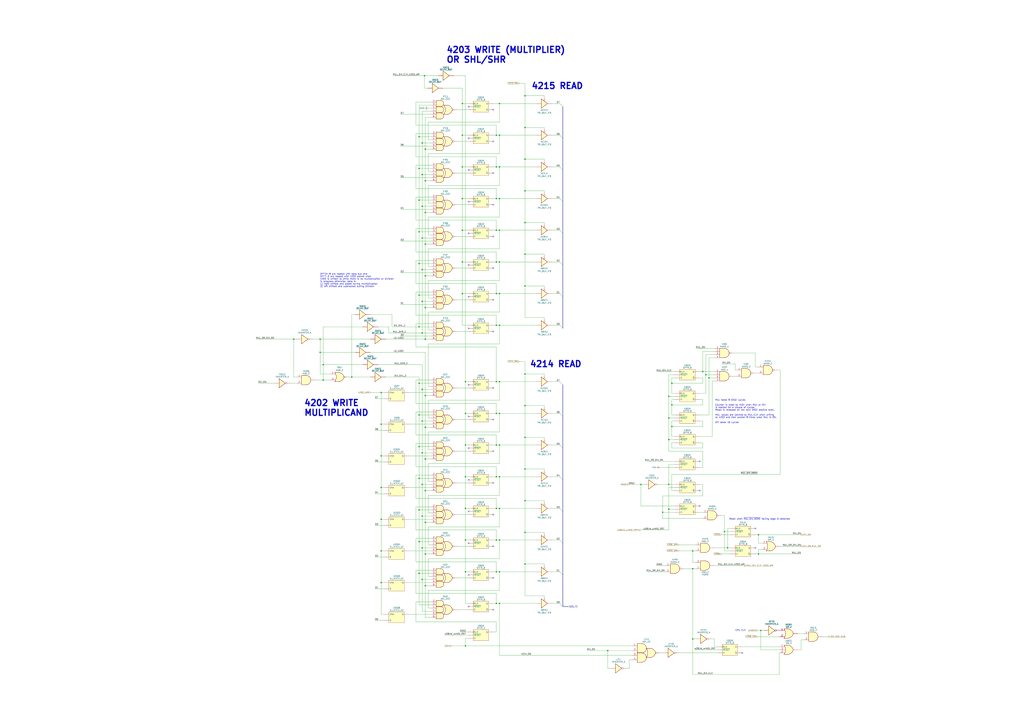
<source format=kicad_sch>
(kicad_sch (version 20230121) (generator eeschema)
  (paper "A1")
  (title_block (title "SNES S-CPU Schematics ") (date "2023-06-14") (rev "0.1") (company "Regis Galland"))
  (junction (at 346.71 195.58))
  (junction (at 349.25 455.295))
  (junction (at 410.21 365.76))
  (junction (at 407.67 469.9))
  (junction (at 313.055 426.72))
  (junction (at 431.165 437.515))
  (junction (at 344.17 112.395))
  (junction (at 568.96 452.755))
  (junction (at 431.165 182.88))
  (junction (at 410.21 163.195))
  (junction (at 407.67 391.795))
  (junction (at 379.73 189.23))
  (junction (at 431.165 359.41))
  (junction (at 349.25 174.625))
  (junction (at 313.055 374.65))
  (junction (at 349.25 252.73))
  (junction (at 431.165 333.375))
  (junction (at 349.25 429.26))
  (junction (at 349.25 122.555))
  (junction (at 344.17 216.535))
  (junction (at 407.67 417.83))
  (junction (at 499.11 534.67))
  (junction (at 410.21 313.69))
  (junction (at 622.935 439.42))
  (junction (at 622.935 455.295))
  (junction (at 382.27 339.725))
  (junction (at 382.27 530.86))
  (junction (at 407.67 189.23))
  (junction (at 382.27 469.9))
  (junction (at 526.415 398.145))
  (junction (at 344.17 190.5))
  (junction (at 410.21 215.265))
  (junction (at 382.27 391.795))
  (junction (at 344.17 445.135))
  (junction (at 407.67 267.335))
  (junction (at 431.165 307.34))
  (junction (at 349.25 148.59))
  (junction (at 313.055 478.79))
  (junction (at 551.815 332.74))
  (junction (at 549.275 325.755))
  (junction (at 544.195 421.005))
  (junction (at 410.21 495.935))
  (junction (at 349.25 481.33))
  (junction (at 407.67 215.265))
  (junction (at 344.17 367.03))
  (junction (at 549.275 398.145))
  (junction (at 265.43 299.72))
  (junction (at 597.535 450.215))
  (junction (at 262.89 289.56))
  (junction (at 410.21 417.83))
  (junction (at 379.73 137.16))
  (junction (at 344.17 314.96))
  (junction (at 579.755 307.975))
  (junction (at 379.73 241.3))
  (junction (at 346.71 346.075))
  (junction (at 349.25 278.765))
  (junction (at 431.165 208.915))
  (junction (at 349.25 351.155))
  (junction (at 241.3 278.765))
  (junction (at 346.71 143.51))
  (junction (at 594.995 436.88))
  (junction (at 346.71 273.685))
  (junction (at 431.165 156.845))
  (junction (at 349.25 325.12))
  (junction (at 313.055 322.58))
  (junction (at 407.67 313.69))
  (junction (at 410.21 137.16))
  (junction (at 431.165 130.81))
  (junction (at 410.21 339.725))
  (junction (at 379.73 111.125))
  (junction (at 407.67 443.865))
  (junction (at 431.165 385.445))
  (junction (at 344.17 419.1))
  (junction (at 382.27 365.76))
  (junction (at 346.71 398.145))
  (junction (at 346.71 372.11))
  (junction (at 313.055 400.685))
  (junction (at 349.25 200.66))
  (junction (at 410.21 469.9))
  (junction (at 379.73 85.09))
  (junction (at 431.165 411.48))
  (junction (at 313.055 452.755))
  (junction (at 344.17 471.17))
  (junction (at 410.21 241.3))
  (junction (at 344.17 340.995))
  (junction (at 346.71 169.545))
  (junction (at 346.71 117.475))
  (junction (at 549.275 418.465))
  (junction (at 549.275 343.535))
  (junction (at 382.27 313.69))
  (junction (at 379.73 163.195))
  (junction (at 431.165 78.74))
  (junction (at 407.67 495.935))
  (junction (at 407.67 111.125))
  (junction (at 407.67 339.725))
  (junction (at 265.43 312.42))
  (junction (at 431.165 104.775))
  (junction (at 346.71 221.615))
  (junction (at 344.17 268.605))
  (junction (at 407.67 365.76))
  (junction (at 346.71 450.215))
  (junction (at 344.17 242.57))
  (junction (at 407.67 137.16))
  (junction (at 344.17 164.465))
  (junction (at 344.17 138.43))
  (junction (at 551.815 350.52))
  (junction (at 379.73 215.265))
  (junction (at 431.165 234.95))
  (junction (at 407.67 241.3))
  (junction (at 346.71 424.18))
  (junction (at 568.96 525.145))
  (junction (at 624.84 518.16))
  (junction (at 349.25 403.225))
  (junction (at 348.615 62.23))
  (junction (at 577.215 305.435))
  (junction (at 382.27 443.865))
  (junction (at 407.67 163.195))
  (junction (at 582.295 310.515))
  (junction (at 549.275 361.315))
  (junction (at 431.165 463.55))
  (junction (at 410.21 267.335))
  (junction (at 410.21 189.23))
  (junction (at 288.925 309.88))
  (junction (at 344.17 393.065))
  (junction (at 410.21 85.09))
  (junction (at 349.25 226.695))
  (junction (at 346.71 320.04))
  (junction (at 382.27 417.83))
  (junction (at 410.21 111.125))
  (junction (at 551.815 314.96))
  (junction (at 410.21 443.865))
  (junction (at 349.25 377.19))
  (junction (at 568.96 467.36))
  (junction (at 346.71 476.25))
  (junction (at 313.055 348.615))
  (junction (at 410.21 391.795))
  (junction (at 262.89 278.765))
  (junction (at 346.71 247.65))
  (no_connect (at 384.81 269.875))
  (no_connect (at 384.81 139.7))
  (no_connect (at 384.81 243.84))
  (no_connect (at 405.13 370.84))
  (no_connect (at 405.13 396.875))
  (no_connect (at 405.13 344.805))
  (no_connect (at 384.81 472.44))
  (no_connect (at 384.81 368.3))
  (no_connect (at 384.81 113.665))
  (no_connect (at 384.81 498.475))
  (no_connect (at 405.13 272.415))
  (no_connect (at 574.675 415.925))
  (no_connect (at 384.81 394.335))
  (no_connect (at 384.81 87.63))
  (no_connect (at 405.13 90.17))
  (no_connect (at 405.13 168.275))
  (no_connect (at 405.13 448.945))
  (no_connect (at 384.81 342.265))
  (no_connect (at 405.13 422.91))
  (no_connect (at 384.81 217.805))
  (no_connect (at 574.675 379.095))
  (no_connect (at 384.81 165.735))
  (no_connect (at 609.6 536.575))
  (no_connect (at 574.675 403.225))
  (no_connect (at 405.13 501.015))
  (no_connect (at 384.81 191.77))
  (no_connect (at 405.13 318.77))
  (no_connect (at 405.13 246.38))
  (no_connect (at 405.13 474.98))
  (no_connect (at 620.395 450.215))
  (no_connect (at 405.13 142.24))
  (no_connect (at 384.81 420.37))
  (no_connect (at 405.13 116.205))
  (no_connect (at 620.395 434.34))
  (no_connect (at 384.81 316.23))
  (no_connect (at 405.13 194.31))
  (no_connect (at 405.13 220.345))
  (no_connect (at 384.81 446.405))
  (bus_entry (at 459.74 339.725) (size 2.54 2.54))
  (bus_entry (at 459.74 267.335) (size 2.54 2.54))
  (bus_entry (at 459.74 85.09) (size 2.54 2.54))
  (bus_entry (at 459.74 163.195) (size 2.54 2.54))
  (bus_entry (at 459.74 215.265) (size 2.54 2.54))
  (bus_entry (at 459.74 469.9) (size 2.54 2.54))
  (bus_entry (at 459.74 137.16) (size 2.54 2.54))
  (bus_entry (at 459.74 313.69) (size 2.54 2.54))
  (bus_entry (at 459.74 391.795) (size 2.54 2.54))
  (bus_entry (at 459.74 111.125) (size 2.54 2.54))
  (bus_entry (at 459.74 417.83) (size 2.54 2.54))
  (bus_entry (at 459.74 189.23) (size 2.54 2.54))
  (bus_entry (at 459.74 495.935) (size 2.54 2.54))
  (bus_entry (at 459.74 443.865) (size 2.54 2.54))
  (bus_entry (at 459.74 241.3) (size 2.54 2.54))
  (bus_entry (at 459.74 365.76) (size 2.54 2.54))
  (bus (pts (xy 462.28 368.3) (xy 462.28 394.335)))
  (wire (pts (xy 344.17 242.57) (xy 354.33 242.57)))
  (wire (pts (xy 354.33 146.05) (xy 328.93 146.05)))
  (wire (pts (xy 542.29 536.575) (xy 544.83 536.575)))
  (wire (pts (xy 597.535 450.215) (xy 597.535 434.34)))
  (wire (pts (xy 407.67 365.76) (xy 407.67 357.505)))
  (wire (pts (xy 549.275 381.635) (xy 554.355 381.635)))
  (wire (pts (xy 431.165 489.585) (xy 431.165 463.55)))
  (wire (pts (xy 407.67 365.76) (xy 410.21 365.76)))
  (wire (pts (xy 586.74 525.145) (xy 586.74 531.495)))
  (wire (pts (xy 344.17 419.1) (xy 354.33 419.1)))
  (wire (pts (xy 351.79 178.435) (xy 410.21 178.435)))
  (wire (pts (xy 346.71 320.04) (xy 346.71 346.075)))
  (wire (pts (xy 410.21 459.105) (xy 410.21 443.865)))
  (wire (pts (xy 568.96 467.36) (xy 561.975 467.36)))
  (wire (pts (xy 577.215 398.145) (xy 577.215 407.67)))
  (wire (pts (xy 660.4 525.78) (xy 657.86 525.78)))
  (wire (pts (xy 440.69 163.195) (xy 410.21 163.195)))
  (wire (pts (xy 351.79 343.535) (xy 354.33 343.535)))
  (wire (pts (xy 620.395 439.42) (xy 622.935 439.42)))
  (wire (pts (xy 349.25 325.12) (xy 354.33 325.12)))
  (wire (pts (xy 348.615 72.39) (xy 348.615 62.23)))
  (wire (pts (xy 262.89 278.765) (xy 262.89 289.56)))
  (wire (pts (xy 410.21 339.725) (xy 407.67 339.725)))
  (wire (pts (xy 344.17 112.395) (xy 344.17 138.43)))
  (wire (pts (xy 407.67 417.83) (xy 407.67 409.575)))
  (wire (pts (xy 431.165 208.915) (xy 431.165 234.95)))
  (wire (pts (xy 405.13 495.935) (xy 407.67 495.935)))
  (wire (pts (xy 346.71 195.58) (xy 346.71 221.615)))
  (wire (pts (xy 410.21 267.335) (xy 410.21 282.575)))
  (wire (pts (xy 551.815 310.515) (xy 551.815 314.96)))
  (wire (pts (xy 407.67 331.47) (xy 341.63 331.47)))
  (wire (pts (xy 516.89 549.275) (xy 516.89 542.29)))
  (wire (pts (xy 315.595 478.79) (xy 313.055 478.79)))
  (wire (pts (xy 382.27 524.51) (xy 384.81 524.51)))
  (wire (pts (xy 346.71 143.51) (xy 346.71 169.545)))
  (wire (pts (xy 346.71 346.075) (xy 346.71 372.11)))
  (wire (pts (xy 351.79 230.505) (xy 410.21 230.505)))
  (wire (pts (xy 410.21 215.265) (xy 440.69 215.265)))
  (wire (pts (xy 346.71 424.18) (xy 346.71 450.215)))
  (wire (pts (xy 405.13 469.9) (xy 407.67 469.9)))
  (wire (pts (xy 354.33 478.79) (xy 335.915 478.79)))
  (wire (pts (xy 405.13 111.125) (xy 407.67 111.125)))
  (wire (pts (xy 410.21 381) (xy 351.79 381)))
  (wire (pts (xy 341.63 442.595) (xy 354.33 442.595)))
  (wire (pts (xy 574.675 310.515) (xy 577.215 310.515)))
  (wire (pts (xy 447.04 463.55) (xy 431.165 463.55)))
  (wire (pts (xy 315.595 322.58) (xy 313.055 322.58)))
  (wire (pts (xy 307.975 457.835) (xy 315.595 457.835)))
  (wire (pts (xy 574.675 346.075) (xy 577.215 346.075)))
  (wire (pts (xy 440.69 391.795) (xy 410.21 391.795)))
  (wire (pts (xy 346.71 299.72) (xy 346.71 320.04)))
  (wire (pts (xy 384.81 365.76) (xy 382.27 365.76)))
  (wire (pts (xy 288.925 258.445) (xy 291.465 258.445)))
  (wire (pts (xy 307.975 327.66) (xy 315.595 327.66)))
  (wire (pts (xy 551.815 346.075) (xy 551.815 350.52)))
  (wire (pts (xy 354.33 86.36) (xy 344.17 86.36)))
  (wire (pts (xy 365.125 521.97) (xy 384.81 521.97)))
  (wire (pts (xy 622.935 455.295) (xy 622.935 451.485)))
  (wire (pts (xy 375.285 246.38) (xy 384.81 246.38)))
  (wire (pts (xy 351.79 381) (xy 351.79 395.605)))
  (wire (pts (xy 622.3 523.24) (xy 640.08 523.24)))
  (wire (pts (xy 410.21 443.865) (xy 440.69 443.865)))
  (wire (pts (xy 341.63 442.595) (xy 341.63 461.645)))
  (wire (pts (xy 346.71 117.475) (xy 346.71 91.44)))
  (wire (pts (xy 379.73 241.3) (xy 379.73 215.265)))
  (wire (pts (xy 313.055 400.685) (xy 313.055 374.65)))
  (wire (pts (xy 453.39 85.09) (xy 459.74 85.09)))
  (wire (pts (xy 410.21 339.725) (xy 440.69 339.725)))
  (wire (pts (xy 341.63 487.68) (xy 407.67 487.68)))
  (wire (pts (xy 341.63 494.665) (xy 354.33 494.665)))
  (wire (pts (xy 407.67 469.9) (xy 410.21 469.9)))
  (wire (pts (xy 307.975 509.905) (xy 315.595 509.905)))
  (wire (pts (xy 346.71 502.285) (xy 346.71 476.25)))
  (wire (pts (xy 288.925 309.88) (xy 304.165 309.88)))
  (wire (pts (xy 546.735 464.82) (xy 539.115 464.82)))
  (wire (pts (xy 571.5 462.28) (xy 568.96 462.28)))
  (wire (pts (xy 349.25 481.33) (xy 354.33 481.33)))
  (wire (pts (xy 577.215 332.74) (xy 577.215 328.295)))
  (wire (pts (xy 346.71 320.04) (xy 354.33 320.04)))
  (wire (pts (xy 410.21 417.83) (xy 410.21 433.07)))
  (wire (pts (xy 405.13 163.195) (xy 407.67 163.195)))
  (wire (pts (xy 447.04 78.74) (xy 447.04 80.01)))
  (wire (pts (xy 351.79 407.035) (xy 410.21 407.035)))
  (wire (pts (xy 349.25 226.695) (xy 349.25 252.73)))
  (wire (pts (xy 310.515 268.605) (xy 319.405 268.605)))
  (wire (pts (xy 382.27 530.86) (xy 519.43 530.86)))
  (wire (pts (xy 351.79 100.33) (xy 351.79 114.935)))
  (wire (pts (xy 589.28 531.495) (xy 586.74 531.495)))
  (wire (pts (xy 640.715 304.165) (xy 638.175 304.165)))
  (wire (pts (xy 349.25 148.59) (xy 349.25 174.625)))
  (wire (pts (xy 384.81 267.335) (xy 379.73 267.335)))
  (wire (pts (xy 407.67 189.23) (xy 407.67 180.975)))
  (wire (pts (xy 262.89 289.56) (xy 291.465 289.56)))
  (wire (pts (xy 351.79 447.675) (xy 354.33 447.675)))
  (wire (pts (xy 384.81 215.265) (xy 379.73 215.265)))
  (wire (pts (xy 346.71 424.18) (xy 354.33 424.18)))
  (wire (pts (xy 354.33 403.225) (xy 349.25 403.225)))
  (bus (pts (xy 462.28 87.63) (xy 462.28 113.665)))
  (wire (pts (xy 351.79 140.97) (xy 354.33 140.97)))
  (wire (pts (xy 640.715 448.945) (xy 657.86 448.945)))
  (wire (pts (xy 549.275 418.465) (xy 554.355 418.465)))
  (wire (pts (xy 453.39 267.335) (xy 459.74 267.335)))
  (wire (pts (xy 341.63 187.96) (xy 354.33 187.96)))
  (wire (pts (xy 549.275 361.315) (xy 549.275 343.535)))
  (wire (pts (xy 453.39 111.125) (xy 459.74 111.125)))
  (wire (pts (xy 375.285 168.275) (xy 384.81 168.275)))
  (wire (pts (xy 351.79 433.07) (xy 351.79 447.675)))
  (wire (pts (xy 344.17 314.96) (xy 354.33 314.96)))
  (wire (pts (xy 594.995 436.88) (xy 594.995 423.545)))
  (wire (pts (xy 447.04 156.845) (xy 431.165 156.845)))
  (wire (pts (xy 351.79 328.93) (xy 351.79 343.535)))
  (wire (pts (xy 620.395 301.625) (xy 620.395 290.195)))
  (wire (pts (xy 405.13 313.69) (xy 407.67 313.69)))
  (wire (pts (xy 341.63 338.455) (xy 354.33 338.455)))
  (wire (pts (xy 344.17 216.535) (xy 344.17 242.57)))
  (wire (pts (xy 384.81 137.16) (xy 379.73 137.16)))
  (wire (pts (xy 313.055 452.755) (xy 313.055 426.72)))
  (wire (pts (xy 453.39 339.725) (xy 459.74 339.725)))
  (wire (pts (xy 410.21 495.935) (xy 440.69 495.935)))
  (wire (pts (xy 238.125 314.96) (xy 243.84 314.96)))
  (wire (pts (xy 344.17 190.5) (xy 354.33 190.5)))
  (wire (pts (xy 346.71 372.11) (xy 354.33 372.11)))
  (wire (pts (xy 349.25 200.66) (xy 354.33 200.66)))
  (wire (pts (xy 265.43 299.72) (xy 297.815 299.72)))
  (wire (pts (xy 447.04 262.255) (xy 447.04 260.985)))
  (wire (pts (xy 577.215 368.3) (xy 577.215 363.855)))
  (wire (pts (xy 549.275 325.755) (xy 549.275 343.535)))
  (wire (pts (xy 407.67 111.125) (xy 407.67 102.87)))
  (wire (pts (xy 660.4 520.7) (xy 655.32 520.7)))
  (wire (pts (xy 313.055 374.65) (xy 313.055 348.615)))
  (wire (pts (xy 579.755 323.215) (xy 579.755 307.975)))
  (wire (pts (xy 346.71 476.25) (xy 354.33 476.25)))
  (wire (pts (xy 577.215 350.52) (xy 577.215 346.075)))
  (wire (pts (xy 341.63 135.89) (xy 341.63 154.94)))
  (wire (pts (xy 351.79 395.605) (xy 354.33 395.605)))
  (wire (pts (xy 549.275 435.61) (xy 549.275 418.465)))
  (wire (pts (xy 304.165 322.58) (xy 313.055 322.58)))
  (wire (pts (xy 407.67 189.23) (xy 410.21 189.23)))
  (wire (pts (xy 354.33 226.695) (xy 349.25 226.695)))
  (wire (pts (xy 410.21 178.435) (xy 410.21 163.195)))
  (wire (pts (xy 405.13 339.725) (xy 407.67 339.725)))
  (wire (pts (xy 574.675 384.175) (xy 577.215 384.175)))
  (wire (pts (xy 544.195 421.005) (xy 554.355 421.005)))
  (wire (pts (xy 328.93 224.155) (xy 354.33 224.155)))
  (bus (pts (xy 462.28 394.335) (xy 462.28 420.37)))
  (wire (pts (xy 410.21 282.575) (xy 351.79 282.575)))
  (wire (pts (xy 351.79 459.105) (xy 410.21 459.105)))
  (wire (pts (xy 379.73 189.23) (xy 379.73 215.265)))
  (wire (pts (xy 344.17 86.36) (xy 344.17 112.395)))
  (wire (pts (xy 516.89 549.275) (xy 514.35 549.275)))
  (wire (pts (xy 410.21 365.76) (xy 440.69 365.76)))
  (wire (pts (xy 344.17 497.205) (xy 354.33 497.205)))
  (wire (pts (xy 346.71 195.58) (xy 354.33 195.58)))
  (wire (pts (xy 551.815 403.225) (xy 551.815 389.89)))
  (wire (pts (xy 453.39 137.16) (xy 459.74 137.16)))
  (wire (pts (xy 349.25 122.555) (xy 349.25 148.59)))
  (wire (pts (xy 341.63 312.42) (xy 354.33 312.42)))
  (wire (pts (xy 447.04 438.785) (xy 447.04 437.515)))
  (wire (pts (xy 363.855 72.39) (xy 379.73 72.39)))
  (wire (pts (xy 351.79 167.005) (xy 354.33 167.005)))
  (wire (pts (xy 431.165 78.74) (xy 447.04 78.74)))
  (wire (pts (xy 349.25 148.59) (xy 354.33 148.59)))
  (wire (pts (xy 577.215 305.435) (xy 577.215 288.925)))
  (wire (pts (xy 410.21 433.07) (xy 351.79 433.07)))
  (wire (pts (xy 568.96 467.36) (xy 571.5 467.36)))
  (wire (pts (xy 354.33 400.685) (xy 335.915 400.685)))
  (wire (pts (xy 410.21 469.9) (xy 440.69 469.9)))
  (wire (pts (xy 600.075 452.755) (xy 594.995 452.755)))
  (wire (pts (xy 574.675 358.775) (xy 584.835 358.775)))
  (wire (pts (xy 344.17 164.465) (xy 344.17 190.5)))
  (wire (pts (xy 315.595 452.755) (xy 313.055 452.755)))
  (wire (pts (xy 316.865 309.88) (xy 344.17 309.88)))
  (wire (pts (xy 624.84 518.16) (xy 627.38 518.16)))
  (wire (pts (xy 379.73 85.09) (xy 379.73 72.39)))
  (wire (pts (xy 410.21 365.76) (xy 410.21 381)))
  (wire (pts (xy 384.81 519.43) (xy 377.825 519.43)))
  (wire (pts (xy 405.13 85.09) (xy 410.21 85.09)))
  (wire (pts (xy 384.81 422.91) (xy 375.285 422.91)))
  (wire (pts (xy 344.17 340.995) (xy 354.33 340.995)))
  (wire (pts (xy 354.33 374.65) (xy 335.915 374.65)))
  (wire (pts (xy 341.63 161.925) (xy 341.63 180.975)))
  (wire (pts (xy 354.33 278.765) (xy 349.25 278.765)))
  (wire (pts (xy 341.63 285.115) (xy 407.67 285.115)))
  (wire (pts (xy 265.43 268.605) (xy 265.43 299.72)))
  (wire (pts (xy 410.21 485.14) (xy 351.79 485.14)))
  (wire (pts (xy 586.74 464.82) (xy 611.505 464.82)))
  (wire (pts (xy 313.055 348.615) (xy 313.055 322.58)))
  (wire (pts (xy 349.25 429.26) (xy 354.33 429.26)))
  (wire (pts (xy 349.25 351.155) (xy 349.25 377.19)))
  (wire (pts (xy 551.815 332.74) (xy 577.215 332.74)))
  (wire (pts (xy 354.33 273.685) (xy 346.71 273.685)))
  (wire (pts (xy 577.215 421.005) (xy 574.675 421.005)))
  (wire (pts (xy 375.285 272.415) (xy 384.81 272.415)))
  (wire (pts (xy 539.115 305.435) (xy 554.355 305.435)))
  (wire (pts (xy 407.67 495.935) (xy 410.21 495.935)))
  (wire (pts (xy 354.33 351.155) (xy 349.25 351.155)))
  (wire (pts (xy 346.71 169.545) (xy 346.71 195.58)))
  (wire (pts (xy 574.675 398.145) (xy 577.215 398.145)))
  (wire (pts (xy 344.17 393.065) (xy 354.33 393.065)))
  (bus (pts (xy 462.28 342.265) (xy 462.28 368.3)))
  (wire (pts (xy 554.355 340.995) (xy 551.815 340.995)))
  (wire (pts (xy 554.355 323.215) (xy 551.815 323.215)))
  (wire (pts (xy 440.69 267.335) (xy 410.21 267.335)))
  (wire (pts (xy 344.17 419.1) (xy 344.17 445.135)))
  (wire (pts (xy 410.21 85.09) (xy 410.21 100.33)))
  (wire (pts (xy 315.595 504.825) (xy 313.055 504.825)))
  (wire (pts (xy 405.13 365.76) (xy 407.67 365.76)))
  (wire (pts (xy 574.675 363.855) (xy 577.215 363.855)))
  (wire (pts (xy 354.33 346.075) (xy 346.71 346.075)))
  (wire (pts (xy 349.25 174.625) (xy 354.33 174.625)))
  (wire (pts (xy 382.27 391.795) (xy 382.27 417.83)))
  (wire (pts (xy 542.29 384.175) (xy 554.355 384.175)))
  (wire (pts (xy 335.915 348.615) (xy 354.33 348.615)))
  (wire (pts (xy 587.375 286.385) (xy 571.5 286.385)))
  (wire (pts (xy 587.375 294.005) (xy 582.295 294.005)))
  (wire (pts (xy 346.71 273.685) (xy 346.71 247.65)))
  (wire (pts (xy 586.74 450.215) (xy 597.535 450.215)))
  (wire (pts (xy 212.09 314.96) (xy 225.425 314.96)))
  (wire (pts (xy 407.67 487.68) (xy 407.67 495.935)))
  (bus (pts (xy 462.28 472.44) (xy 462.28 498.475)))
  (wire (pts (xy 410.21 354.965) (xy 410.21 339.725)))
  (wire (pts (xy 351.79 126.365) (xy 351.79 140.97)))
  (wire (pts (xy 351.79 421.64) (xy 354.33 421.64)))
  (wire (pts (xy 346.71 91.44) (xy 354.33 91.44)))
  (wire (pts (xy 447.04 385.445) (xy 431.165 385.445)))
  (wire (pts (xy 344.17 393.065) (xy 344.17 419.1)))
  (wire (pts (xy 568.96 452.755) (xy 568.96 462.28)))
  (wire (pts (xy 526.415 398.145) (xy 528.955 398.145)))
  (wire (pts (xy 354.33 507.365) (xy 349.25 507.365)))
  (wire (pts (xy 620.395 455.295) (xy 622.935 455.295)))
  (wire (pts (xy 410.21 163.195) (xy 407.67 163.195)))
  (wire (pts (xy 657.86 534.035) (xy 655.32 534.035)))
  (wire (pts (xy 453.39 313.69) (xy 459.74 313.69)))
  (wire (pts (xy 335.915 452.755) (xy 354.33 452.755)))
  (wire (pts (xy 600.075 436.88) (xy 594.995 436.88)))
  (wire (pts (xy 241.3 309.88) (xy 243.84 309.88)))
  (wire (pts (xy 603.885 299.085) (xy 603.885 304.165)))
  (wire (pts (xy 447.04 359.41) (xy 431.165 359.41)))
  (wire (pts (xy 603.885 304.165) (xy 605.155 304.165)))
  (wire (pts (xy 328.93 120.015) (xy 354.33 120.015)))
  (wire (pts (xy 410.21 152.4) (xy 351.79 152.4)))
  (wire (pts (xy 346.71 117.475) (xy 346.71 143.51)))
  (wire (pts (xy 549.275 343.535) (xy 554.355 343.535)))
  (wire (pts (xy 554.355 400.685) (xy 549.275 400.685)))
  (wire (pts (xy 551.815 368.3) (xy 577.215 368.3)))
  (wire (pts (xy 530.86 469.9) (xy 546.735 469.9)))
  (wire (pts (xy 341.63 109.855) (xy 341.63 128.905)))
  (wire (pts (xy 310.515 299.72) (xy 346.71 299.72)))
  (wire (pts (xy 344.17 164.465) (xy 354.33 164.465)))
  (wire (pts (xy 622.935 439.42) (xy 657.86 439.42)))
  (wire (pts (xy 447.04 132.08) (xy 447.04 130.81)))
  (wire (pts (xy 447.04 236.22) (xy 447.04 234.95)))
  (wire (pts (xy 379.73 111.125) (xy 379.73 85.09)))
  (wire (pts (xy 344.17 367.03) (xy 344.17 393.065)))
  (wire (pts (xy 315.595 426.72) (xy 313.055 426.72)))
  (wire (pts (xy 447.04 260.985) (xy 431.165 260.985)))
  (wire (pts (xy 577.215 314.96) (xy 577.215 310.515)))
  (wire (pts (xy 375.285 474.98) (xy 384.81 474.98)))
  (wire (pts (xy 384.81 443.865) (xy 382.27 443.865)))
  (wire (pts (xy 349.25 377.19) (xy 354.33 377.19)))
  (wire (pts (xy 307.975 353.695) (xy 315.595 353.695)))
  (wire (pts (xy 574.675 328.295) (xy 577.215 328.295)))
  (wire (pts (xy 262.89 289.56) (xy 262.89 307.34)))
  (wire (pts (xy 384.81 495.935) (xy 382.27 495.935)))
  (wire (pts (xy 341.63 213.995) (xy 354.33 213.995)))
  (wire (pts (xy 384.81 163.195) (xy 379.73 163.195)))
  (wire (pts (xy 384.81 469.9) (xy 382.27 469.9)))
  (wire (pts (xy 447.04 333.375) (xy 431.165 333.375)))
  (wire (pts (xy 431.165 182.88) (xy 431.165 208.915)))
  (wire (pts (xy 568.96 467.36) (xy 568.96 525.145)))
  (wire (pts (xy 346.71 221.615) (xy 346.71 247.65)))
  (wire (pts (xy 346.71 169.545) (xy 354.33 169.545)))
  (wire (pts (xy 382.27 417.83) (xy 384.81 417.83)))
  (wire (pts (xy 384.81 391.795) (xy 382.27 391.795)))
  (wire (pts (xy 549.275 400.685) (xy 549.275 418.465)))
  (wire (pts (xy 622.3 518.16) (xy 624.84 518.16)))
  (wire (pts (xy 351.79 473.71) (xy 354.33 473.71)))
  (wire (pts (xy 335.915 322.58) (xy 354.33 322.58)))
  (wire (pts (xy 315.595 348.615) (xy 313.055 348.615)))
  (wire (pts (xy 354.33 122.555) (xy 349.25 122.555)))
  (wire (pts (xy 551.815 328.295) (xy 551.815 332.74)))
  (wire (pts (xy 351.79 354.965) (xy 410.21 354.965)))
  (wire (pts (xy 344.17 367.03) (xy 354.33 367.03)))
  (wire (pts (xy 313.055 504.825) (xy 313.055 478.79)))
  (bus (pts (xy 462.28 420.37) (xy 462.28 446.405)))
  (wire (pts (xy 447.04 208.915) (xy 431.165 208.915)))
  (wire (pts (xy 341.63 364.49) (xy 341.63 383.54)))
  (wire (pts (xy 410.21 313.69) (xy 440.69 313.69)))
  (wire (pts (xy 554.355 361.315) (xy 549.275 361.315)))
  (wire (pts (xy 341.63 240.03) (xy 341.63 259.08)))
  (wire (pts (xy 431.165 182.88) (xy 447.04 182.88)))
  (wire (pts (xy 544.195 426.085) (xy 544.195 421.005)))
  (wire (pts (xy 354.33 502.285) (xy 346.71 502.285)))
  (wire (pts (xy 410.21 126.365) (xy 410.21 111.125)))
  (bus (pts (xy 466.09 498.475) (xy 462.28 498.475)))
  (wire (pts (xy 551.815 389.89) (xy 640.715 389.89)))
  (wire (pts (xy 410.21 241.3) (xy 440.69 241.3)))
  (wire (pts (xy 354.33 450.215) (xy 346.71 450.215)))
  (wire (pts (xy 447.04 437.515) (xy 431.165 437.515)))
  (wire (pts (xy 554.355 363.855) (xy 551.815 363.855)))
  (wire (pts (xy 384.81 318.77) (xy 375.285 318.77)))
  (wire (pts (xy 431.165 411.48) (xy 431.165 437.515)))
  (wire (pts (xy 375.285 142.24) (xy 384.81 142.24)))
  (wire (pts (xy 313.055 478.79) (xy 313.055 452.755)))
  (wire (pts (xy 577.215 426.085) (xy 544.195 426.085)))
  (wire (pts (xy 554.355 328.295) (xy 551.815 328.295)))
  (wire (pts (xy 307.975 431.8) (xy 315.595 431.8)))
  (wire (pts (xy 453.39 443.865) (xy 459.74 443.865)))
  (wire (pts (xy 605.155 309.245) (xy 602.615 309.245)))
  (wire (pts (xy 346.71 372.11) (xy 346.71 398.145)))
  (wire (pts (xy 379.73 137.16) (xy 379.73 111.125)))
  (wire (pts (xy 574.675 305.435) (xy 577.215 305.435)))
  (wire (pts (xy 319.405 273.685) (xy 346.71 273.685)))
  (wire (pts (xy 344.17 471.17) (xy 354.33 471.17)))
  (wire (pts (xy 410.21 267.335) (xy 407.67 267.335)))
  (wire (pts (xy 344.17 268.605) (xy 321.945 268.605)))
  (wire (pts (xy 431.165 437.515) (xy 431.165 463.55)))
  (wire (pts (xy 375.285 116.205) (xy 384.81 116.205)))
  (wire (pts (xy 481.965 534.67) (xy 499.11 534.67)))
  (wire (pts (xy 405.13 241.3) (xy 407.67 241.3)))
  (wire (pts (xy 453.39 215.265) (xy 459.74 215.265)))
  (wire (pts (xy 582.295 340.995) (xy 582.295 310.515)))
  (wire (pts (xy 453.39 495.935) (xy 459.74 495.935)))
  (wire (pts (xy 579.755 291.465) (xy 579.755 307.975)))
  (wire (pts (xy 554.355 310.515) (xy 551.815 310.515)))
  (wire (pts (xy 405.13 267.335) (xy 407.67 267.335)))
  (wire (pts (xy 577.215 407.67) (xy 544.195 407.67)))
  (bus (pts (xy 462.28 316.23) (xy 462.28 342.265)))
  (wire (pts (xy 351.79 219.075) (xy 351.79 204.47)))
  (wire (pts (xy 370.84 530.86) (xy 382.27 530.86)))
  (wire (pts (xy 341.63 240.03) (xy 354.33 240.03)))
  (wire (pts (xy 410.21 407.035) (xy 410.21 391.795)))
  (wire (pts (xy 349.25 455.295) (xy 349.25 481.33)))
  (wire (pts (xy 453.39 417.83) (xy 459.74 417.83)))
  (wire (pts (xy 568.96 554.355) (xy 640.08 554.355)))
  (wire (pts (xy 341.63 109.855) (xy 354.33 109.855)))
  (wire (pts (xy 351.155 72.39) (xy 348.615 72.39)))
  (wire (pts (xy 407.67 313.69) (xy 410.21 313.69)))
  (wire (pts (xy 407.67 357.505) (xy 341.63 357.505)))
  (wire (pts (xy 609.6 531.495) (xy 640.08 531.495)))
  (wire (pts (xy 597.535 434.34) (xy 600.075 434.34)))
  (wire (pts (xy 574.675 340.995) (xy 582.295 340.995)))
  (wire (pts (xy 382.27 524.51) (xy 382.27 530.86)))
  (wire (pts (xy 577.215 305.435) (xy 587.375 305.435)))
  (wire (pts (xy 351.79 126.365) (xy 410.21 126.365)))
  (wire (pts (xy 551.815 358.775) (xy 551.815 350.52)))
  (wire (pts (xy 315.595 374.65) (xy 313.055 374.65)))
  (wire (pts (xy 341.63 468.63) (xy 341.63 487.68)))
  (wire (pts (xy 447.04 106.045) (xy 447.04 104.775)))
  (wire (pts (xy 351.79 230.505) (xy 351.79 245.11)))
  (wire (pts (xy 346.71 247.65) (xy 354.33 247.65)))
  (wire (pts (xy 349.25 278.765) (xy 349.25 252.73)))
  (wire (pts (xy 407.67 519.43) (xy 407.67 511.175)))
  (wire (pts (xy 541.655 398.145) (xy 549.275 398.145)))
  (wire (pts (xy 622.935 455.295) (xy 657.86 455.295)))
  (wire (pts (xy 568.96 525.145) (xy 571.5 525.145)))
  (wire (pts (xy 405.13 417.83) (xy 407.67 417.83)))
  (wire (pts (xy 354.33 83.82) (xy 341.63 83.82)))
  (wire (pts (xy 315.595 400.685) (xy 313.055 400.685)))
  (wire (pts (xy 622.935 446.405) (xy 625.475 446.405)))
  (wire (pts (xy 379.73 241.3) (xy 379.73 267.335)))
  (wire (pts (xy 549.275 398.145) (xy 554.355 398.145)))
  (wire (pts (xy 384.81 241.3) (xy 379.73 241.3)))
  (wire (pts (xy 341.63 390.525) (xy 354.33 390.525)))
  (wire (pts (xy 344.17 242.57) (xy 344.17 268.605)))
  (wire (pts (xy 407.67 215.265) (xy 407.67 207.01)))
  (wire (pts (xy 577.215 384.175) (xy 577.215 370.84)))
  (wire (pts (xy 407.67 285.115) (xy 407.67 313.69)))
  (bus (pts (xy 462.28 113.665) (xy 462.28 139.7)))
  (wire (pts (xy 426.72 68.58) (xy 431.165 68.58)))
  (wire (pts (xy 447.04 490.855) (xy 447.04 489.585)))
  (wire (pts (xy 341.63 161.925) (xy 354.33 161.925)))
  (wire (pts (xy 286.385 309.88) (xy 288.925 309.88)))
  (wire (pts (xy 405.13 391.795) (xy 407.67 391.795)))
  (wire (pts (xy 341.63 266.065) (xy 341.63 285.115)))
  (wire (pts (xy 341.63 468.63) (xy 354.33 468.63)))
  (wire (pts (xy 499.11 534.67) (xy 519.43 534.67)))
  (wire (pts (xy 351.79 193.04) (xy 354.33 193.04)))
  (wire (pts (xy 570.23 534.035) (xy 589.28 534.035)))
  (wire (pts (xy 426.72 297.18) (xy 431.165 297.18)))
  (wire (pts (xy 379.73 137.16) (xy 379.73 163.195)))
  (wire (pts (xy 351.79 499.745) (xy 351.79 485.14)))
  (wire (pts (xy 447.04 210.185) (xy 447.04 208.915)))
  (wire (pts (xy 375.285 396.875) (xy 384.81 396.875)))
  (wire (pts (xy 344.17 471.17) (xy 344.17 497.205)))
  (wire (pts (xy 447.04 334.645) (xy 447.04 333.375)))
  (wire (pts (xy 375.285 344.805) (xy 384.81 344.805)))
  (wire (pts (xy 410.21 256.54) (xy 351.79 256.54)))
  (wire (pts (xy 379.73 189.23) (xy 379.73 163.195)))
  (wire (pts (xy 453.39 365.76) (xy 459.74 365.76)))
  (wire (pts (xy 622.935 306.705) (xy 620.395 306.705)))
  (wire (pts (xy 379.73 189.23) (xy 384.81 189.23)))
  (wire (pts (xy 341.63 259.08) (xy 407.67 259.08)))
  (wire (pts (xy 354.33 88.9) (xy 351.79 88.9)))
  (wire (pts (xy 431.165 333.375) (xy 431.165 359.41)))
  (wire (pts (xy 405.13 189.23) (xy 407.67 189.23)))
  (wire (pts (xy 516.89 542.29) (xy 519.43 542.29)))
  (wire (pts (xy 328.93 198.12) (xy 354.33 198.12)))
  (wire (pts (xy 341.63 416.56) (xy 354.33 416.56)))
  (wire (pts (xy 410.21 495.935) (xy 410.21 538.48)))
  (wire (pts (xy 526.415 415.925) (xy 554.355 415.925)))
  (wire (pts (xy 344.17 268.605) (xy 354.33 268.605)))
  (wire (pts (xy 410.21 391.795) (xy 407.67 391.795)))
  (bus (pts (xy 462.28 243.84) (xy 462.28 269.875)))
  (wire (pts (xy 346.71 450.215) (xy 346.71 476.25)))
  (wire (pts (xy 354.33 250.19) (xy 328.93 250.19)))
  (wire (pts (xy 525.78 435.61) (xy 549.275 435.61)))
  (wire (pts (xy 447.04 307.34) (xy 447.04 308.61)))
  (wire (pts (xy 574.675 323.215) (xy 579.755 323.215)))
  (wire (pts (xy 344.17 309.88) (xy 344.17 314.96)))
  (wire (pts (xy 354.33 172.085) (xy 328.93 172.085)))
  (wire (pts (xy 351.79 282.575) (xy 351.79 317.5)))
  (wire (pts (xy 407.67 154.94) (xy 407.67 163.195)))
  (wire (pts (xy 407.67 469.9) (xy 407.67 461.645)))
  (wire (pts (xy 407.67 461.645) (xy 341.63 461.645)))
  (wire (pts (xy 431.165 78.74) (xy 431.165 104.775)))
  (wire (pts (xy 243.84 278.765) (xy 241.3 278.765)))
  (wire (pts (xy 372.745 62.23) (xy 382.27 62.23)))
  (wire (pts (xy 288.925 258.445) (xy 288.925 309.88)))
  (wire (pts (xy 447.04 386.715) (xy 447.04 385.445)))
  (wire (pts (xy 341.63 135.89) (xy 354.33 135.89)))
  (wire (pts (xy 551.815 323.215) (xy 551.815 314.96)))
  (wire (pts (xy 351.79 271.145) (xy 354.33 271.145)))
  (wire (pts (xy 379.73 85.09) (xy 384.81 85.09)))
  (wire (pts (xy 675.64 523.24) (xy 680.72 523.24)))
  (wire (pts (xy 349.25 403.225) (xy 349.25 377.19)))
  (wire (pts (xy 624.84 534.035) (xy 624.84 518.16)))
  (wire (pts (xy 544.195 407.67) (xy 544.195 421.005)))
  (wire (pts (xy 526.415 398.145) (xy 526.415 415.925)))
  (wire (pts (xy 241.3 278.765) (xy 241.3 309.88)))
  (bus (pts (xy 462.28 217.805) (xy 462.28 243.84)))
  (wire (pts (xy 405.13 137.16) (xy 407.67 137.16)))
  (wire (pts (xy 551.815 350.52) (xy 577.215 350.52)))
  (wire (pts (xy 431.165 68.58) (xy 431.165 78.74)))
  (wire (pts (xy 382.27 339.725) (xy 382.27 313.69)))
  (wire (pts (xy 341.63 213.995) (xy 341.63 233.045)))
  (wire (pts (xy 586.74 525.145) (xy 584.2 525.145)))
  (wire (pts (xy 657.86 525.78) (xy 657.86 534.035)))
  (wire (pts (xy 341.63 266.065) (xy 354.33 266.065)))
  (wire (pts (xy 447.04 158.115) (xy 447.04 156.845)))
  (wire (pts (xy 407.67 102.87) (xy 341.63 102.87)))
  (wire (pts (xy 579.755 307.975) (xy 587.375 307.975)))
  (wire (pts (xy 382.27 313.69) (xy 382.27 62.23)))
  (wire (pts (xy 262.89 278.765) (xy 304.165 278.765)))
  (wire (pts (xy 407.67 137.16) (xy 410.21 137.16)))
  (wire (pts (xy 384.81 111.125) (xy 379.73 111.125)))
  (wire (pts (xy 382.27 313.69) (xy 384.81 313.69)))
  (wire (pts (xy 568.96 554.355) (xy 568.96 525.145)))
  (wire (pts (xy 304.165 258.445) (xy 321.945 258.445)))
  (wire (pts (xy 349.25 429.26) (xy 349.25 455.295)))
  (wire (pts (xy 405.13 519.43) (xy 407.67 519.43)))
  (wire (pts (xy 431.165 385.445) (xy 431.165 411.48)))
  (wire (pts (xy 551.815 363.855) (xy 551.815 368.3)))
  (wire (pts (xy 410.21 241.3) (xy 410.21 256.54)))
  (wire (pts (xy 265.43 312.42) (xy 271.145 312.42)))
  (wire (pts (xy 410.21 230.505) (xy 410.21 215.265)))
  (bus (pts (xy 462.28 139.7) (xy 462.28 165.735)))
  (wire (pts (xy 349.25 252.73) (xy 354.33 252.73)))
  (wire (pts (xy 405.13 443.865) (xy 407.67 443.865)))
  (wire (pts (xy 557.53 452.755) (xy 568.96 452.755)))
  (wire (pts (xy 431.165 307.34) (xy 447.04 307.34)))
  (wire (pts (xy 307.975 405.765) (xy 315.595 405.765)))
  (wire (pts (xy 316.865 278.765) (xy 349.25 278.765)))
  (wire (pts (xy 341.63 511.175) (xy 341.63 494.665)))
  (wire (pts (xy 516.255 398.145) (xy 526.415 398.145)))
  (wire (pts (xy 346.71 398.145) (xy 346.71 424.18)))
  (wire (pts (xy 407.67 180.975) (xy 341.63 180.975)))
  (wire (pts (xy 382.27 469.9) (xy 382.27 443.865)))
  (wire (pts (xy 344.17 340.995) (xy 344.17 367.03)))
  (wire (pts (xy 600.075 450.215) (xy 597.535 450.215)))
  (wire (pts (xy 407.67 417.83) (xy 410.21 417.83)))
  (wire (pts (xy 407.67 383.54) (xy 407.67 391.795)))
  (wire (pts (xy 549.275 370.84) (xy 549.275 361.315)))
  (wire (pts (xy 407.67 137.16) (xy 407.67 128.905)))
  (wire (pts (xy 319.405 268.605) (xy 319.405 273.685)))
  (wire (pts (xy 622.935 451.485) (xy 625.475 451.485)))
  (wire (pts (xy 341.63 338.455) (xy 341.63 357.505)))
  (wire (pts (xy 351.79 256.54) (xy 351.79 271.145)))
  (wire (pts (xy 341.63 390.525) (xy 341.63 409.575)))
  (wire (pts (xy 447.04 411.48) (xy 447.04 412.75)))
  (wire (pts (xy 431.165 104.775) (xy 431.165 130.81)))
  (wire (pts (xy 431.165 156.845) (xy 431.165 182.88)))
  (wire (pts (xy 431.165 130.81) (xy 431.165 156.845)))
  (wire (pts (xy 344.17 112.395) (xy 354.33 112.395)))
  (wire (pts (xy 265.43 299.72) (xy 265.43 312.42)))
  (wire (pts (xy 307.975 483.87) (xy 315.595 483.87)))
  (wire (pts (xy 354.33 398.145) (xy 346.71 398.145)))
  (wire (pts (xy 410.21 215.265) (xy 407.67 215.265)))
  (wire (pts (xy 344.17 190.5) (xy 344.17 216.535)))
  (wire (pts (xy 453.39 163.195) (xy 459.74 163.195)))
  (wire (pts (xy 554.355 403.225) (xy 551.815 403.225)))
  (bus (pts (xy 462.28 165.735) (xy 462.28 191.77)))
  (wire (pts (xy 349.25 403.225) (xy 349.25 429.26)))
  (wire (pts (xy 384.81 90.17) (xy 375.285 90.17)))
  (wire (pts (xy 348.615 62.23) (xy 360.045 62.23)))
  (wire (pts (xy 375.285 220.345) (xy 384.81 220.345)))
  (wire (pts (xy 410.21 85.09) (xy 440.69 85.09)))
  (wire (pts (xy 410.21 111.125) (xy 440.69 111.125)))
  (wire (pts (xy 344.17 138.43) (xy 344.17 164.465)))
  (wire (pts (xy 341.63 364.49) (xy 354.33 364.49)))
  (wire (pts (xy 354.33 221.615) (xy 346.71 221.615)))
  (wire (pts (xy 349.25 96.52) (xy 354.33 96.52)))
  (wire (pts (xy 349.25 96.52) (xy 349.25 122.555)))
  (wire (pts (xy 584.835 358.775) (xy 584.835 313.055)))
  (wire (pts (xy 410.21 328.93) (xy 351.79 328.93)))
  (wire (pts (xy 620.395 290.195) (xy 602.615 290.195)))
  (wire (pts (xy 431.165 307.34) (xy 431.165 333.375)))
  (wire (pts (xy 341.63 187.96) (xy 341.63 207.01)))
  (wire (pts (xy 354.33 369.57) (xy 351.79 369.57)))
  (bus (pts (xy 462.28 191.77) (xy 462.28 217.805)))
  (wire (pts (xy 354.33 504.825) (xy 335.915 504.825)))
  (wire (pts (xy 407.67 511.175) (xy 341.63 511.175)))
  (wire (pts (xy 584.835 313.055) (xy 587.375 313.055)))
  (wire (pts (xy 344.17 445.135) (xy 344.17 471.17)))
  (wire (pts (xy 453.39 189.23) (xy 459.74 189.23)))
  (wire (pts (xy 407.67 128.905) (xy 341.63 128.905)))
  (wire (pts (xy 499.11 549.275) (xy 499.11 534.67)))
  (wire (pts (xy 453.39 391.795) (xy 459.74 391.795)))
  (bus (pts (xy 462.28 446.405) (xy 462.28 472.44)))
  (wire (pts (xy 256.54 278.765) (xy 262.89 278.765)))
  (wire (pts (xy 384.81 339.725) (xy 382.27 339.725)))
  (wire (pts (xy 410.21 100.33) (xy 351.79 100.33)))
  (wire (pts (xy 577.215 288.925) (xy 587.375 288.925)))
  (wire (pts (xy 354.33 455.295) (xy 349.25 455.295)))
  (wire (pts (xy 557.53 447.675) (xy 571.5 447.675)))
  (wire (pts (xy 375.285 448.945) (xy 384.81 448.945)))
  (wire (pts (xy 582.295 310.515) (xy 587.375 310.515)))
  (wire (pts (xy 551.815 340.995) (xy 551.815 332.74)))
  (wire (pts (xy 210.185 278.765) (xy 241.3 278.765)))
  (wire (pts (xy 346.71 143.51) (xy 354.33 143.51)))
  (wire (pts (xy 410.21 443.865) (xy 407.67 443.865)))
  (wire (pts (xy 640.08 534.035) (xy 624.84 534.035)))
  (wire (pts (xy 622.935 439.42) (xy 622.935 446.405)))
  (wire (pts (xy 407.67 409.575) (xy 341.63 409.575)))
  (wire (pts (xy 375.285 501.015) (xy 384.81 501.015)))
  (wire (pts (xy 382.27 443.865) (xy 382.27 417.83)))
  (wire (pts (xy 410.21 137.16) (xy 440.69 137.16)))
  (wire (pts (xy 594.995 423.545) (xy 592.455 423.545)))
  (wire (pts (xy 382.27 365.76) (xy 382.27 339.725)))
  (wire (pts (xy 554.355 325.755) (xy 549.275 325.755)))
  (wire (pts (xy 431.165 411.48) (xy 447.04 411.48)))
  (wire (pts (xy 344.17 216.535) (xy 354.33 216.535)))
  (wire (pts (xy 351.79 317.5) (xy 354.33 317.5)))
  (wire (pts (xy 453.39 469.9) (xy 459.74 469.9)))
  (wire (pts (xy 453.39 241.3) (xy 459.74 241.3)))
  (wire (pts (xy 407.67 339.725) (xy 407.67 331.47)))
  (wire (pts (xy 554.355 379.095) (xy 529.59 379.095)))
  (wire (pts (xy 447.04 234.95) (xy 431.165 234.95)))
  (wire (pts (xy 351.79 114.935) (xy 354.33 114.935)))
  (wire (pts (xy 554.355 358.775) (xy 551.815 358.775)))
  (wire (pts (xy 321.945 268.605) (xy 321.945 258.445)))
  (wire (pts (xy 622.935 301.625) (xy 620.395 301.625)))
  (wire (pts (xy 349.25 289.56) (xy 349.25 325.12)))
  (wire (pts (xy 354.33 276.225) (xy 328.93 276.225)))
  (wire (pts (xy 351.79 245.11) (xy 354.33 245.11)))
  (wire (pts (xy 341.63 154.94) (xy 407.67 154.94)))
  (wire (pts (xy 593.09 299.085) (xy 603.885 299.085)))
  (wire (pts (xy 554.355 346.075) (xy 551.815 346.075)))
  (wire (pts (xy 341.63 83.82) (xy 341.63 102.87)))
  (wire (pts (xy 313.055 426.72) (xy 313.055 400.685)))
  (wire (pts (xy 592.455 455.295) (xy 600.075 455.295)))
  (wire (pts (xy 344.17 340.995) (xy 344.17 314.96)))
  (wire (pts (xy 410.21 137.16) (xy 410.21 152.4)))
  (wire (pts (xy 587.375 291.465) (xy 579.755 291.465)))
  (wire (pts (xy 549.275 370.84) (xy 577.215 370.84)))
  (wire (pts (xy 341.63 312.42) (xy 341.63 331.47)))
  (wire (pts (xy 568.96 452.755) (xy 571.5 452.755)))
  (wire (pts (xy 407.67 207.01) (xy 341.63 207.01)))
  (wire (pts (xy 382.27 391.795) (xy 382.27 365.76)))
  (wire (pts (xy 447.04 182.88) (xy 447.04 184.15)))
  (wire (pts (xy 407.67 443.865) (xy 407.67 435.61)))
  (wire (pts (xy 551.815 314.96) (xy 577.215 314.96)))
  (wire (pts (xy 410.21 189.23) (xy 440.69 189.23)))
  (wire (pts (xy 384.81 194.31) (xy 375.285 194.31)))
  (wire (pts (xy 375.285 370.84) (xy 384.81 370.84)))
  (wire (pts (xy 349.25 325.12) (xy 349.25 351.155)))
  (wire (pts (xy 407.67 241.3) (xy 410.21 241.3)))
  (wire (pts (xy 410.21 111.125) (xy 407.67 111.125)))
  (wire (pts (xy 594.995 436.88) (xy 594.995 452.755)))
  (wire (pts (xy 328.93 93.98) (xy 354.33 93.98)))
  (wire (pts (xy 349.25 174.625) (xy 349.25 200.66)))
  (wire (pts (xy 405.13 215.265) (xy 407.67 215.265)))
  (wire (pts (xy 259.08 312.42) (xy 265.43 312.42)))
  (wire (pts (xy 410.21 538.48) (xy 519.43 538.48)))
  (wire (pts (xy 304.165 289.56) (xy 349.25 289.56)))
  (wire (pts (xy 265.43 268.605) (xy 297.815 268.605)))
  (wire (pts (xy 407.67 241.3) (xy 407.67 233.045)))
  (wire (pts (xy 447.04 104.775) (xy 431.165 104.775)))
  (wire (pts (xy 447.04 489.585) (xy 431.165 489.585)))
  (wire (pts (xy 410.21 313.69) (xy 410.21 328.93)))
  (wire (pts (xy 549.275 398.145) (xy 549.275 381.635)))
  (wire (pts (xy 349.25 200.66) (xy 349.25 226.695)))
  (wire (pts (xy 322.58 62.23) (xy 348.615 62.23)))
  (wire (pts (xy 335.915 426.72) (xy 354.33 426.72)))
  (wire (pts (xy 407.67 233.045) (xy 341.63 233.045)))
  (wire (pts (xy 410.21 204.47) (xy 351.79 204.47)))
  (wire (pts (xy 307.975 379.73) (xy 315.595 379.73)))
  (wire (pts (xy 410.21 417.83) (xy 440.69 417.83)))
  (wire (pts (xy 600.075 439.42) (xy 592.455 439.42)))
  (wire (pts (xy 447.04 130.81) (xy 431.165 130.81)))
  (wire (pts (xy 582.295 294.005) (xy 582.295 310.515)))
  (wire (pts (xy 557.53 536.575) (xy 589.28 536.575)))
  (wire (pts (xy 549.275 307.975) (xy 554.355 307.975)))
  (wire (pts (xy 431.165 297.18) (xy 431.165 307.34)))
  (wire (pts (xy 354.33 219.075) (xy 351.79 219.075)))
  (wire (pts (xy 351.79 407.035) (xy 351.79 421.64)))
  (wire (pts (xy 351.79 369.57) (xy 351.79 354.965)))
  (wire (pts (xy 640.715 389.89) (xy 640.715 304.165)))
  (wire (pts (xy 407.67 259.08) (xy 407.67 267.335)))
  (wire (pts (xy 341.63 383.54) (xy 407.67 383.54)))
  (wire (pts (xy 549.275 307.975) (xy 549.275 325.755)))
  (wire (pts (xy 407.67 435.61) (xy 341.63 435.61)))
  (wire (pts (xy 640.08 554.355) (xy 640.08 536.575)))
  (wire (pts (xy 447.04 360.68) (xy 447.04 359.41)))
  (wire (pts (xy 431.165 260.985) (xy 431.165 234.95)))
  (wire (pts (xy 501.65 549.275) (xy 499.11 549.275)))
  (wire (pts (xy 262.89 307.34) (xy 271.145 307.34)))
  (wire (pts (xy 431.165 359.41) (xy 431.165 385.445)))
  (wire (pts (xy 410.21 469.9) (xy 410.21 485.14)))
  (wire (pts (xy 354.33 117.475) (xy 346.71 117.475)))
  (wire (pts (xy 351.79 152.4) (xy 351.79 167.005)))
  (wire (pts (xy 447.04 464.82) (xy 447.04 463.55)))
  (wire (pts (xy 382.27 495.935) (xy 382.27 469.9)))
  (wire (pts (xy 344.17 138.43) (xy 354.33 138.43)))
  (wire (pts (xy 344.17 445.135) (xy 354.33 445.135)))
  (wire (pts (xy 354.33 499.745) (xy 351.79 499.745)))
  (wire (pts (xy 351.79 459.105) (xy 351.79 473.71)))
  (wire (pts (xy 349.25 507.365) (xy 349.25 481.33)))
  (wire (pts (xy 341.63 416.56) (xy 341.63 435.61)))
  (wire (pts (xy 351.79 178.435) (xy 351.79 193.04)))
  (wire (pts (xy 410.21 189.23) (xy 410.21 204.47)))
  (text "DFF15-8 are loaded with data bus and\nDFF7-0 are loaded with 4202 stored when \n4203 is written to while there is no multiplication or division\nin progress otherwise, data is\n1) right shifted and added during multiplication\n2) left shifted and subtracted during division " (at 262.89 236.22 0) (effects (font (size 1.27 1.27)) (justify left bottom)))
  (text "Reset when ~{MUL_DIV_DONE} falling edge is detected" (at 598.805 427.355 0) (effects (font (size 1.27 1.27)) (justify left bottom)))
  (text "4203 WRITE (MULTIPLIER)\nOR SHL/SHR" (at 366.395 52.07 0) (effects (font (size 5 5) (thickness 1) bold) (justify left bottom)))
  (text "4202 WRITE\nMULTIPLICAND" (at 249.555 342.265 0) (effects (font (size 5 5) (thickness 1) bold) (justify left bottom)))
  (text "CPU CLK" (at 603.885 518.795 0) (effects (font (size 1.27 1.27)) (justify left bottom)))
  (text "4215 READ" (at 436.245 73.66 0) (effects (font (size 5 5) (thickness 1) bold) (justify left bottom)))
  (text "4214 READ" (at 434.975 302.26 0) (effects (font (size 5 5) (thickness 1) bold) (justify left bottom)))
  (text "MUL takes 8 OAGE cycles\n\nCounter is reset by HIOV when MUL or DIV\nis started for a couple of cycles.\nReset is released on the next OAGE positve level.\n\nMUL values are latched by MUL_CLK when writing\nto 4203 and then anoher 8 times when MUL is ON.\n\nDIV takes 16 cycles\n" (at 587.375 347.98 0) (effects (font (size 1.27 1.27)) (justify left bottom)))
  (label "D5" (at 328.93 146.05 0))
  (label "D7" (at 307.975 327.66 0))
  (label "wDBJW_wHASI_RST" (at 528.32 435.61 0))
  (label "wDBJW_wHASI_RST" (at 365.125 521.97 0))
  (label "D3" (at 459.74 417.83 180))
  (label "D7" (at 459.74 313.69 180))
  (label "OAGE" (at 516.255 398.145 0))
  (label "D6" (at 328.93 120.015 0))
  (label "D7" (at 459.74 85.09 180))
  (label "MUL_OR_DIV_ON" (at 210.185 278.765 0))
  (label "4214_D0" (at 436.245 538.48 180))
  (label "MUL_DIV_CLK_4203_WR" (at 322.58 62.23 0))
  (label "D0" (at 459.74 495.935 180))
  (label "D5" (at 459.74 365.76 180))
  (label "D6" (at 307.975 353.695 0))
  (label "D3" (at 328.93 198.12 0))
  (label "D6" (at 459.74 339.725 180))
  (label "OAGE" (at 377.825 519.43 0))
  (label "D4" (at 328.93 172.085 0))
  (label "OAGE" (at 539.115 464.82 0))
  (label "DIV_SHL_1" (at 323.215 268.605 0))
  (label "D6" (at 459.74 111.125 180))
  (label "MUL_ON" (at 571.5 286.385 0))
  (label "D2" (at 307.975 457.835 0))
  (label "DIV_ON" (at 657.86 439.42 180))
  (label "DIV_ON" (at 212.09 314.96 0))
  (label "D1" (at 328.93 250.19 0))
  (label "MUL_DIV_CLK" (at 585.47 554.355 180))
  (label "D1" (at 307.975 483.87 0))
  (label "D4" (at 307.975 405.765 0))
  (label "~{MUL_DIV_DONE}" (at 608.33 389.89 0))
  (label "MUL_SHR_2" (at 323.85 299.72 0))
  (label "D4" (at 459.74 391.795 180))
  (label "D7" (at 328.93 93.98 0))
  (label "D1" (at 459.74 469.9 180))
  (label "D2" (at 459.74 443.865 180))
  (label "DIV_ON" (at 593.09 299.085 0))
  (label "MUL_DIV_CLK" (at 539.115 305.435 0))
  (label "LD_4202" (at 323.215 289.56 0))
  (label "D5" (at 459.74 137.16 180))
  (label "MUL_ON" (at 657.86 455.295 180))
  (label "D4" (at 459.74 163.195 180))
  (label "D1" (at 459.74 241.3 180))
  (label "D3" (at 459.74 189.23 180))
  (label "DIV_SHL_2" (at 323.85 309.88 0))
  (label "LD_4203" (at 323.215 278.765 0))
  (label "MUL_OR_DIV_ON" (at 529.59 379.095 0))
  (label "MUL_OR_DIV_ON" (at 530.86 469.9 0))
  (label "D0" (at 328.93 276.225 0))
  (label "D2" (at 328.93 224.155 0))
  (label "MUL_DIV_CLK_4203_WR" (at 611.505 464.82 180))
  (label "D5" (at 307.975 379.73 0))
  (label "D0" (at 459.74 267.335 180))
  (label "D3" (at 307.975 431.8 0))
  (label "D0" (at 307.975 509.905 0))
  (label "DIV_ON" (at 481.965 534.67 0))
  (label "wDBJW_wHASI_RST" (at 570.23 534.035 0))
  (label "MUL_SHR_1" (at 322.58 273.685 0))
  (label "MUL_OR_DIV_ON" (at 657.86 448.945 180))
  (label "D2" (at 459.74 215.265 180))
  (hierarchical_label "~{4206}" (shape input) (at 592.455 455.295 180))
  (hierarchical_label "~{4206_WR}" (shape input) (at 557.53 447.675 180))
  (hierarchical_label "wDBJW_wHASI_RST" (shape input) (at 525.78 435.61 180))
  (hierarchical_label "DIV_ON" (shape output) (at 657.86 439.42 0))
  (hierarchical_label "wKBNZ" (shape input) (at 622.3 518.16 180))
  (hierarchical_label "~{4215_RD}" (shape input) (at 426.72 68.58 180))
  (hierarchical_label "DO_ADD_SUB" (shape output) (at 680.72 523.24 0))
  (hierarchical_label "~{4203}" (shape input) (at 592.455 439.42 180))
  (hierarchical_label "DIV_OR_MUL_ON" (shape output) (at 657.86 448.945 0))
  (hierarchical_label "~{4214_RD}" (shape input) (at 426.72 297.18 180))
  (hierarchical_label "~{4206_WR}" (shape input) (at 622.3 523.24 180))
  (hierarchical_label "4202_WR" (shape input) (at 304.165 322.58 180))
  (hierarchical_label "D[0..7]" (shape bidirectional) (at 466.09 498.475 0))
  (hierarchical_label "OAGE" (shape input) (at 516.255 398.145 180))
  (hierarchical_label "~{4203_WR}" (shape input) (at 557.53 452.755 180))
  (hierarchical_label "ZDIV" (shape input) (at 370.84 530.86 180))
  (hierarchical_label "MUL_DIV_CLK_4203_WR" (shape output) (at 611.505 464.82 0))
  (symbol (lib_id "Ricoh_Cells:DFFR_B") (at 564.515 343.535 0) (unit 1)
    (property "Reference" "KBGM" (at 564.515 335.915 0))
    (property "Value" "DFFR_B" (at 564.515 337.82 0))
    (property "Datasheet" "http://iceboy.a-singer.de/doc/dmg_cells.html#dffr_b" (effects hide))
    (instances (project "S-CPU" (path "" (reference "KBGM") (unit 1)) (path "" (reference "FGCI") (unit 1)) (path "" (reference "HIGZ") (unit 1))))
  )
  (symbol (lib_id "Ricoh_Cells:DFFR_B") (at 394.97 113.665 0) (unit 1)
    (property "Reference" "KBGM" (at 394.97 106.045 0))
    (property "Value" "DFFR_B" (at 394.97 107.95 0))
    (property "Datasheet" "http://iceboy.a-singer.de/doc/dmg_cells.html#dffr_b" (effects hide))
    (instances (project "S-CPU" (path "" (reference "KBGM") (unit 1)) (path "" (reference "FGCI") (unit 1)) (path "" (reference "IFFE") (unit 1))))
  )
  (symbol (lib_id "Ricoh_Cells:TRI_BUF_IF0") (at 447.04 111.125 0) (unit 1)
    (property "Reference" "ACJG1" (at 447.04 116.467 0))
    (property "Value" "TRI_BUF_IF0" (at 447.04 118.745 0))
    (property "Datasheet" "http://iceboy.a-singer.de/doc/dmg_cells.html#tri_buf_if0" (effects hide))
    (instances (project "S-CPU" (path "" (reference "ACJG1") (unit 1)) (path "" (reference "FGFA") (unit 1)) (path "" (reference "HFHY") (unit 1))))
  )
  (symbol (lib_id "Ricoh_Cells:TRI_BUF_IF0") (at 447.04 85.09 0) (unit 1)
    (property "Reference" "ACKH1" (at 447.04 90.432 0))
    (property "Value" "TRI_BUF_IF0" (at 447.04 92.71 0))
    (property "Datasheet" "http://iceboy.a-singer.de/doc/dmg_cells.html#tri_buf_if0" (effects hide))
    (instances (project "S-CPU" (path "" (reference "ACKH1") (unit 1)) (path "" (reference "FGJE") (unit 1)) (path "" (reference "HFAH") (unit 1))))
  )
  (symbol (lib_id "Ricoh_Cells:DFFR_B") (at 394.97 139.7 0) (unit 1)
    (property "Reference" "KBGM" (at 394.97 132.08 0))
    (property "Value" "DFFR_B" (at 394.97 133.985 0))
    (property "Datasheet" "http://iceboy.a-singer.de/doc/dmg_cells.html#dffr_b" (effects hide))
    (instances (project "S-CPU" (path "" (reference "KBGM") (unit 1)) (path "" (reference "FGCI") (unit 1)) (path "" (reference "IFIC") (unit 1))))
  )
  (symbol (lib_id "Ricoh_Cells:D_LATCH_A2") (at 325.755 325.12 0) (unit 1)
    (property "Reference" "JGMY" (at 325.755 317.222 0))
    (property "Value" "D_LATCH_A2" (at 325.755 319.27 0))
    (property "Datasheet" "http://iceboy.a-singer.de/doc/dmg_cells.html#d_latch_a" (effects hide))
  )
  (symbol (lib_id "Ricoh_Cells:AOI_222") (at 361.95 90.17 0) (unit 1)
    (property "Reference" "IFCU" (at 365.76 79.232 0))
    (property "Value" "AOI_222" (at 365.76 81.28 0))
  )
  (symbol (lib_id "Ricoh_Cells:DFFR_B") (at 394.97 342.265 0) (unit 1)
    (property "Reference" "KBGM" (at 394.97 334.645 0))
    (property "Value" "DFFR_B" (at 394.97 336.55 0))
    (property "Datasheet" "http://iceboy.a-singer.de/doc/dmg_cells.html#dffr_b" (effects hide))
    (instances (project "S-CPU" (path "" (reference "KBGM") (unit 1)) (path "" (reference "FGCI") (unit 1)) (path "" (reference "IGJA") (unit 1))))
  )
  (symbol (lib_id "Ricoh_Cells:TRI_BUF_IF0") (at 447.04 163.195 0) (unit 1)
    (property "Reference" "ACGM1" (at 447.04 168.537 0))
    (property "Value" "TRI_BUF_IF0" (at 447.04 170.815 0))
    (property "Datasheet" "http://iceboy.a-singer.de/doc/dmg_cells.html#tri_buf_if0" (effects hide))
    (instances (project "S-CPU" (path "" (reference "ACGM1") (unit 1)) (path "" (reference "FFVX") (unit 1)) (path "" (reference "HFQS") (unit 1))))
  )
  (symbol (lib_id "Ricoh_Cells:DELAY_BUF") (at 310.515 278.765 0) (unit 1)
    (property "Reference" "OACG" (at 310.515 271.9451 0))
    (property "Value" "DELAY_BUF" (at 310.515 273.685 0))
    (property "Datasheet" "http://www.ti.com/lit/ds/symlink/cd4010b-q1.pdf" (effects hide))
    (instances (project "S-CPU" (path "" (reference "OACG") (unit 1)) (path "" (reference "OACG") (unit 1)) (path "" (reference "OACG") (unit 1)) (path "" (reference "IGAQ") (unit 1))))
  )
  (symbol (lib_id "Ricoh_Cells:TRI_BUF_IF0") (at 447.04 313.69 0) (unit 1)
    (property "Reference" "ACGM1" (at 447.04 319.032 0))
    (property "Value" "TRI_BUF_IF0" (at 447.04 321.31 0))
    (property "Datasheet" "http://iceboy.a-singer.de/doc/dmg_cells.html#tri_buf_if0" (effects hide))
    (instances (project "S-CPU" (path "" (reference "ACGM1") (unit 1)) (path "" (reference "FFVX") (unit 1)) (path "" (reference "JGJR") (unit 1))))
  )
  (symbol (lib_id "Ricoh_Cells:AOI_222") (at 361.95 474.98 0) (unit 1)
    (property "Reference" "IGST" (at 365.76 464.042 0))
    (property "Value" "AOI_222" (at 365.76 466.09 0))
  )
  (symbol (lib_id "Ricoh_Cells:INVERTER_A") (at 508 549.275 0) (unit 1)
    (property "Reference" "LFII" (at 508 541.885 0))
    (property "Value" "INVERTER_A" (at 508 543.933 0))
    (property "Datasheet" "http://iceboy.a-singer.de/doc/dmg_cells.html#inv_a" (effects hide))
  )
  (symbol (lib_id "Ricoh_Cells:DFFR_B") (at 599.44 534.035 0) (unit 1)
    (property "Reference" "KBGM" (at 599.44 526.415 0))
    (property "Value" "DFFR_B" (at 599.44 528.32 0))
    (property "Datasheet" "http://iceboy.a-singer.de/doc/dmg_cells.html#dffr_b" (effects hide))
    (instances (project "S-CPU" (path "" (reference "KBGM") (unit 1)) (path "" (reference "FGCI") (unit 1)) (path "" (reference "MGTS") (unit 1))))
  )
  (symbol (lib_id "Ricoh_Cells:NAND_2") (at 612.775 306.705 0) (unit 1)
    (property "Reference" "HIBF" (at 612.7612 299.315 0))
    (property "Value" "NAND_2" (at 612.7612 301.363 0))
    (property "Datasheet" "http://iceboy.a-singer.de/doc/dmg_cells.html#nand2" (effects hide))
  )
  (symbol (lib_id "Ricoh_Cells:INVERTER_A") (at 633.73 518.16 0) (unit 1)
    (property "Reference" "NFYD" (at 633.73 510.77 0))
    (property "Value" "INVERTER_A" (at 633.73 512.818 0))
    (property "Datasheet" "http://iceboy.a-singer.de/doc/dmg_cells.html#inv_a" (effects hide))
  )
  (symbol (lib_id "Ricoh_Cells:AOI_222") (at 361.95 396.875 0) (unit 1)
    (property "Reference" "IGLE" (at 365.76 385.937 0))
    (property "Value" "AOI_222" (at 365.76 387.985 0))
  )
  (symbol (lib_id "Ricoh_Cells:AOI_222") (at 361.95 220.345 0) (unit 1)
    (property "Reference" "IFUF" (at 365.76 209.407 0))
    (property "Value" "AOI_222" (at 365.76 211.455 0))
  )
  (symbol (lib_id "Ricoh_Cells:TRI_BUF_IF0") (at 447.04 137.16 0) (unit 1)
    (property "Reference" "ACHJ1" (at 447.04 142.502 0))
    (property "Value" "TRI_BUF_IF0" (at 447.04 144.78 0))
    (property "Datasheet" "http://iceboy.a-singer.de/doc/dmg_cells.html#tri_buf_if0" (effects hide))
    (instances (project "S-CPU" (path "" (reference "ACHJ1") (unit 1)) (path "" (reference "FGBR") (unit 1)) (path "" (reference "HFOG") (unit 1))))
  )
  (symbol (lib_id "Ricoh_Cells:DFFR_B") (at 394.97 217.805 0) (unit 1)
    (property "Reference" "KBGM" (at 394.97 210.185 0))
    (property "Value" "DFFR_B" (at 394.97 212.09 0))
    (property "Datasheet" "http://iceboy.a-singer.de/doc/dmg_cells.html#dffr_b" (effects hide))
    (instances (project "S-CPU" (path "" (reference "KBGM") (unit 1)) (path "" (reference "FGCI") (unit 1)) (path "" (reference "IFVO") (unit 1))))
  )
  (symbol (lib_id "Ricoh_Cells:AOI_222") (at 361.95 194.31 0) (unit 1)
    (property "Reference" "IFQQ" (at 365.76 183.372 0))
    (property "Value" "AOI_222" (at 365.76 185.42 0))
  )
  (symbol (lib_id "Ricoh_Cells:TRI_BUF_IF0") (at 447.04 215.265 0) (unit 1)
    (property "Reference" "ABXH1" (at 447.04 220.607 0))
    (property "Value" "TRI_BUF_IF0" (at 447.04 222.885 0))
    (property "Datasheet" "http://iceboy.a-singer.de/doc/dmg_cells.html#tri_buf_if0" (effects hide))
    (instances (project "S-CPU" (path "" (reference "ABXH1") (unit 1)) (path "" (reference "FFQL") (unit 1)) (path "" (reference "HFZS") (unit 1))))
  )
  (symbol (lib_id "Ricoh_Cells:TRI_BUF_IF0") (at 447.04 189.23 0) (unit 1)
    (property "Reference" "ACBV1" (at 447.04 194.572 0))
    (property "Value" "TRI_BUF_IF0" (at 447.04 196.85 0))
    (property "Datasheet" "http://iceboy.a-singer.de/doc/dmg_cells.html#tri_buf_if0" (effects hide))
    (instances (project "S-CPU" (path "" (reference "ACBV1") (unit 1)) (path "" (reference "FFUM") (unit 1)) (path "" (reference "HFTK") (unit 1))))
  )
  (symbol (lib_id "Ricoh_Cells:AOI_222") (at 361.95 142.24 0) (unit 1)
    (property "Reference" "IFMG" (at 365.76 131.302 0))
    (property "Value" "AOI_222" (at 365.76 133.35 0))
  )
  (symbol (lib_id "Ricoh_Cells:AOI_222") (at 361.95 246.38 0) (unit 1)
    (property "Reference" "IFWE" (at 365.76 235.442 0))
    (property "Value" "AOI_222" (at 365.76 237.49 0))
  )
  (symbol (lib_id "Ricoh_Cells:AOI_22") (at 527.05 537.845 0) (unit 1)
    (property "Reference" "LFIH" (at 530.8737 525.375 0))
    (property "Value" "AOI_22" (at 530.8737 527.423 0))
  )
  (symbol (lib_id "Ricoh_Cells:DFFR_B") (at 610.235 452.755 0) (unit 1)
    (property "Reference" "KBGM" (at 610.235 445.135 0))
    (property "Value" "DFFR_B" (at 610.235 447.04 0))
    (property "Datasheet" "http://iceboy.a-singer.de/doc/dmg_cells.html#dffr_b" (effects hide))
    (instances (project "S-CPU" (path "" (reference "KBGM") (unit 1)) (path "" (reference "FGCI") (unit 1)) (path "" (reference "HGKB") (unit 1))))
  )
  (symbol (lib_id "Ricoh_Cells:INVERTER_A") (at 231.775 314.96 0) (unit 1)
    (property "Reference" "HGUU" (at 231.775 307.57 0))
    (property "Value" "INVERTER_A" (at 231.775 309.618 0))
    (property "Datasheet" "http://iceboy.a-singer.de/doc/dmg_cells.html#inv_a" (effects hide))
  )
  (symbol (lib_id "Ricoh_Cells:DFFR_B") (at 564.515 361.315 0) (unit 1)
    (property "Reference" "KBGM" (at 564.515 353.695 0))
    (property "Value" "DFFR_B" (at 564.515 355.6 0))
    (property "Datasheet" "http://iceboy.a-singer.de/doc/dmg_cells.html#dffr_b" (effects hide))
    (instances (project "S-CPU" (path "" (reference "KBGM") (unit 1)) (path "" (reference "FGCI") (unit 1)) (path "" (reference "HIFE") (unit 1))))
  )
  (symbol (lib_id "Ricoh_Cells:DFFR_B") (at 394.97 165.735 0) (unit 1)
    (property "Reference" "KBGM" (at 394.97 158.115 0))
    (property "Value" "DFFR_B" (at 394.97 160.02 0))
    (property "Datasheet" "http://iceboy.a-singer.de/doc/dmg_cells.html#dffr_b" (effects hide))
    (instances (project "S-CPU" (path "" (reference "KBGM") (unit 1)) (path "" (reference "FGCI") (unit 1)) (path "" (reference "IFNF") (unit 1))))
  )
  (symbol (lib_id "Ricoh_Cells:TRI_BUF_IF0") (at 447.04 339.725 0) (unit 1)
    (property "Reference" "ACJG1" (at 447.04 345.067 0))
    (property "Value" "TRI_BUF_IF0" (at 447.04 347.345 0))
    (property "Datasheet" "http://iceboy.a-singer.de/doc/dmg_cells.html#tri_buf_if0" (effects hide))
    (instances (project "S-CPU" (path "" (reference "ACJG1") (unit 1)) (path "" (reference "FGFA") (unit 1)) (path "" (reference "JGVB") (unit 1))))
  )
  (symbol (lib_id "Ricoh_Cells:TRI_BUF_IF0") (at 447.04 417.83 0) (unit 1)
    (property "Reference" "ABXH1" (at 447.04 423.172 0))
    (property "Value" "TRI_BUF_IF0" (at 447.04 425.45 0))
    (property "Datasheet" "http://iceboy.a-singer.de/doc/dmg_cells.html#tri_buf_if0" (effects hide))
    (instances (project "S-CPU" (path "" (reference "ABXH1") (unit 1)) (path "" (reference "FFQL") (unit 1)) (path "" (reference "JHCJ") (unit 1))))
  )
  (symbol (lib_id "Ricoh_Cells:INVERTER_A") (at 577.85 525.145 0) (unit 1)
    (property "Reference" "NFXH" (at 577.85 517.755 0))
    (property "Value" "INVERTER_A" (at 577.85 519.803 0))
    (property "Datasheet" "http://iceboy.a-singer.de/doc/dmg_cells.html#inv_a" (effects hide))
  )
  (symbol (lib_id "Ricoh_Cells:AND_2") (at 579.12 450.215 0) (unit 1)
    (property "Reference" "HHKS" (at 579.1062 442.825 0))
    (property "Value" "AND_2" (at 579.1062 444.873 0))
    (property "Datasheet" "http://iceboy.a-singer.de/doc/dmg_cells.html#and2" (effects hide))
  )
  (symbol (lib_id "Ricoh_Cells:DFFR_B") (at 394.97 394.335 0) (unit 1)
    (property "Reference" "KBGM" (at 394.97 386.715 0))
    (property "Value" "DFFR_B" (at 394.97 388.62 0))
    (property "Datasheet" "http://iceboy.a-singer.de/doc/dmg_cells.html#dffr_b" (effects hide))
    (instances (project "S-CPU" (path "" (reference "KBGM") (unit 1)) (path "" (reference "FGCI") (unit 1)) (path "" (reference "IGMX") (unit 1))))
  )
  (symbol (lib_id "Ricoh_Cells:D_LATCH_A2") (at 325.755 429.26 0) (unit 1)
    (property "Reference" "JGSQ3" (at 325.755 421.362 0))
    (property "Value" "D_LATCH_A2" (at 325.755 423.41 0))
    (property "Datasheet" "http://iceboy.a-singer.de/doc/dmg_cells.html#d_latch_a" (effects hide))
  )
  (symbol (lib_id "Ricoh_Cells:DFFR_A") (at 394.97 521.97 0) (unit 1)
    (property "Reference" "KBGM" (at 394.97 514.35 0))
    (property "Value" "DFFR_A" (at 394.97 516.255 0))
    (property "Datasheet" "http://iceboy.a-singer.de/doc/dmg_cells.html#dffr_a" (effects hide))
    (instances (project "S-CPU" (path "" (reference "KBGM") (unit 1)) (path "" (reference "FGCI") (unit 1)) (path "" (reference "HIPU") (unit 1))))
  )
  (symbol (lib_id "Ricoh_Cells:NAND_2") (at 584.835 423.545 0) (unit 1)
    (property "Reference" "HHOM" (at 584.8212 416.155 0))
    (property "Value" "NAND_2" (at 584.8212 418.203 0))
    (property "Datasheet" "http://iceboy.a-singer.de/doc/dmg_cells.html#nand2" (effects hide))
  )
  (symbol (lib_id "Ricoh_Cells:AOI_222") (at 361.95 448.945 0) (unit 1)
    (property "Reference" "IGOK" (at 365.76 438.007 0))
    (property "Value" "AOI_222" (at 365.76 440.055 0))
  )
  (symbol (lib_id "Ricoh_Cells:DFFR_B") (at 564.515 307.975 0) (unit 1)
    (property "Reference" "KBGM" (at 564.515 300.355 0))
    (property "Value" "DFFR_B" (at 564.515 302.26 0))
    (property "Datasheet" "http://iceboy.a-singer.de/doc/dmg_cells.html#dffr_b" (effects hide))
    (instances (project "S-CPU" (path "" (reference "KBGM") (unit 1)) (path "" (reference "FGCI") (unit 1)) (path "" (reference "HILR") (unit 1))))
  )
  (symbol (lib_id "Ricoh_Cells:INVERTER_A") (at 551.18 536.575 0) (unit 1)
    (property "Reference" "LFHS" (at 551.18 529.185 0))
    (property "Value" "INVERTER_A" (at 551.18 531.233 0))
    (property "Datasheet" "http://iceboy.a-singer.de/doc/dmg_cells.html#inv_a" (effects hide))
  )
  (symbol (lib_id "Ricoh_Cells:AND_2") (at 579.12 464.82 0) (mirror x) (unit 1)
    (property "Reference" "HGRD" (at 579.1062 472.21 0))
    (property "Value" "AND_2" (at 579.1062 470.162 0))
    (property "Datasheet" "http://iceboy.a-singer.de/doc/dmg_cells.html#and2" (effects hide))
  )
  (symbol (lib_id "Ricoh_Cells:DELAY_BUF") (at 366.395 62.23 0) (unit 1)
    (property "Reference" "OACG" (at 366.395 55.4101 0))
    (property "Value" "DELAY_BUF" (at 366.395 57.15 0))
    (property "Datasheet" "http://www.ti.com/lit/ds/symlink/cd4010b-q1.pdf" (effects hide))
  )
  (symbol (lib_id "Ricoh_Cells:AND_2") (at 668.02 523.24 0) (unit 1)
    (property "Reference" "NGLG" (at 668.0062 515.85 0))
    (property "Value" "AND_2" (at 668.0062 517.898 0))
    (property "Datasheet" "http://iceboy.a-singer.de/doc/dmg_cells.html#and2" (effects hide))
  )
  (symbol (lib_id "Ricoh_Cells:AOI_222") (at 361.95 422.91 0) (unit 1)
    (property "Reference" "IGOJ" (at 365.76 411.972 0))
    (property "Value" "AOI_222" (at 365.76 414.02 0))
  )
  (symbol (lib_id "Ricoh_Cells:AND_2") (at 251.46 312.42 0) (unit 1)
    (property "Reference" "HGRQ" (at 251.4462 305.03 0))
    (property "Value" "AND_2" (at 251.4462 307.078 0))
    (property "Datasheet" "http://iceboy.a-singer.de/doc/dmg_cells.html#and2" (effects hide))
  )
  (symbol (lib_id "Ricoh_Cells:AOI_222") (at 361.95 344.805 0) (unit 1)
    (property "Reference" "IGHG" (at 365.76 333.867 0))
    (property "Value" "AOI_222" (at 365.76 335.915 0))
  )
  (symbol (lib_id "Ricoh_Cells:D_LATCH_A2") (at 325.755 377.19 0) (unit 1)
    (property "Reference" "JGSQ1" (at 325.755 369.292 0))
    (property "Value" "D_LATCH_A2" (at 325.755 371.34 0))
    (property "Datasheet" "http://iceboy.a-singer.de/doc/dmg_cells.html#d_latch_a" (effects hide))
  )
  (symbol (lib_id "Ricoh_Cells:INVERTER_A") (at 535.305 398.145 0) (unit 1)
    (property "Reference" "FGKE" (at 535.305 390.755 0))
    (property "Value" "INVERTER_A" (at 535.305 392.803 0))
    (property "Datasheet" "http://iceboy.a-singer.de/doc/dmg_cells.html#inv_a" (effects hide))
  )
  (symbol (lib_id "Ricoh_Cells:TRI_BUF_IF0") (at 447.04 391.795 0) (unit 1)
    (property "Reference" "ACHJ1" (at 447.04 397.137 0))
    (property "Value" "TRI_BUF_IF0" (at 447.04 399.415 0))
    (property "Datasheet" "http://iceboy.a-singer.de/doc/dmg_cells.html#tri_buf_if0" (effects hide))
    (instances (project "S-CPU" (path "" (reference "ACHJ1") (unit 1)) (path "" (reference "FGBR") (unit 1)) (path "" (reference "JHBK") (unit 1))))
  )
  (symbol (lib_id "Ricoh_Cells:DELAY_BUF") (at 297.815 258.445 0) (unit 1)
    (property "Reference" "OACG" (at 297.815 251.6251 0))
    (property "Value" "DELAY_BUF" (at 297.815 253.365 0))
    (property "Datasheet" "http://www.ti.com/lit/ds/symlink/cd4010b-q1.pdf" (effects hide))
    (instances (project "S-CPU" (path "" (reference "OACG") (unit 1)) (path "" (reference "OACG") (unit 1)) (path "" (reference "OACG") (unit 1)) (path "" (reference "JGGN") (unit 1))))
  )
  (symbol (lib_id "Ricoh_Cells:NAND_2") (at 630.555 304.165 0) (unit 1)
    (property "Reference" "HHXX" (at 630.5412 296.775 0))
    (property "Value" "NAND_2" (at 630.5412 298.823 0))
    (property "Datasheet" "http://iceboy.a-singer.de/doc/dmg_cells.html#nand2" (effects hide))
  )
  (symbol (lib_id "Ricoh_Cells:OR_2") (at 633.095 448.945 0) (unit 1)
    (property "Reference" "HGJS" (at 633.0948 441.555 0))
    (property "Value" "OR_2" (at 633.0948 443.603 0))
    (property "Datasheet" "http://iceboy.a-singer.de/doc/dmg_cells.html#or2" (effects hide))
  )
  (symbol (lib_id "Ricoh_Cells:INVERTER_A") (at 250.19 278.765 0) (unit 1)
    (property "Reference" "HHEB" (at 250.19 271.375 0))
    (property "Value" "INVERTER_A" (at 250.19 273.423 0))
    (property "Datasheet" "http://iceboy.a-singer.de/doc/dmg_cells.html#inv_a" (effects hide))
  )
  (symbol (lib_id "Ricoh_Cells:OR_3") (at 647.7 534.035 0) (unit 1)
    (property "Reference" "GBEG" (at 647.6998 526.645 0))
    (property "Value" "OR_3" (at 647.6998 528.693 0))
    (property "Datasheet" "http://iceboy.a-singer.de/doc/dmg_cells.html#or3" (effects hide))
  )
  (symbol (lib_id "Ricoh_Cells:D_LATCH_A2") (at 325.755 455.295 0) (unit 1)
    (property "Reference" "JGSQ4" (at 325.755 447.397 0))
    (property "Value" "D_LATCH_A2" (at 325.755 449.445 0))
    (property "Datasheet" "http://iceboy.a-singer.de/doc/dmg_cells.html#d_latch_a" (effects hide))
  )
  (symbol (lib_id "Ricoh_Cells:NOR_2") (at 278.765 309.88 0) (unit 1)
    (property "Reference" "TBUI" (at 278.7648 301.9257 0))
    (property "Value" "NOR_2" (at 278.7648 304.3499 0))
    (property "Datasheet" "http://iceboy.a-singer.de/doc/dmg_cells.html#nor2" (effects hide))
    (instances (project "S-CPU" (path "" (reference "TBUI") (unit 1)) (path "" (reference "TBUI") (unit 1)) (path "" (reference "HGLL") (unit 1))))
  )
  (symbol (lib_id "Ricoh_Cells:DFFR_B") (at 394.97 87.63 0) (unit 1)
    (property "Reference" "KBGM" (at 394.97 80.01 0))
    (property "Value" "DFFR_B" (at 394.97 81.915 0))
    (property "Datasheet" "http://iceboy.a-singer.de/doc/dmg_cells.html#dffr_b" (effects hide))
    (instances (project "S-CPU" (path "" (reference "KBGM") (unit 1)) (path "" (reference "FGCI") (unit 1)) (path "" (reference "IFCR") (unit 1))))
  )
  (symbol (lib_id "power:+5V") (at 542.29 384.175 90) (unit 1)
    (property "Reference" "#PWR032" (effects hide))
    (property "Value" "+5V" (at 539.1151 384.175 90) (effects (justify left)))
    (instances (project "S-CPU" (path "" (reference "#PWR032") (unit 1)) (path "" (reference "#PWR033") (unit 1))))
  )
  (symbol (lib_id "Ricoh_Cells:DFFR_B") (at 394.97 243.84 0) (unit 1)
    (property "Reference" "KBGM" (at 394.97 236.22 0))
    (property "Value" "DFFR_B" (at 394.97 238.125 0))
    (property "Datasheet" "http://iceboy.a-singer.de/doc/dmg_cells.html#dffr_b" (effects hide))
    (instances (project "S-CPU" (path "" (reference "KBGM") (unit 1)) (path "" (reference "FGCI") (unit 1)) (path "" (reference "IFWB") (unit 1))))
  )
  (symbol (lib_id "Ricoh_Cells:DFFR_B") (at 394.97 368.3 0) (unit 1)
    (property "Reference" "KBGM" (at 394.97 360.68 0))
    (property "Value" "DFFR_B" (at 394.97 362.585 0))
    (property "Datasheet" "http://iceboy.a-singer.de/doc/dmg_cells.html#dffr_b" (effects hide))
    (instances (project "S-CPU" (path "" (reference "KBGM") (unit 1)) (path "" (reference "FGCI") (unit 1)) (path "" (reference "IGJZ") (unit 1))))
  )
  (symbol (lib_id "Ricoh_Cells:DELAY_BUF") (at 310.515 309.88 0) (unit 1)
    (property "Reference" "OACG" (at 310.515 303.0601 0))
    (property "Value" "DELAY_BUF" (at 310.515 304.8 0))
    (property "Datasheet" "http://www.ti.com/lit/ds/symlink/cd4010b-q1.pdf" (effects hide))
    (instances (project "S-CPU" (path "" (reference "OACG") (unit 1)) (path "" (reference "OACG") (unit 1)) (path "" (reference "OACG") (unit 1)) (path "" (reference "JGJL") (unit 1))))
  )
  (symbol (lib_id "Ricoh_Cells:D_LATCH_A2") (at 325.755 403.225 0) (unit 1)
    (property "Reference" "JGSQ2" (at 325.755 395.327 0))
    (property "Value" "D_LATCH_A2" (at 325.755 397.375 0))
    (property "Datasheet" "http://iceboy.a-singer.de/doc/dmg_cells.html#d_latch_a" (effects hide))
  )
  (symbol (lib_id "Ricoh_Cells:DFFR_B") (at 564.515 400.685 0) (unit 1)
    (property "Reference" "KBGM" (at 564.515 393.065 0))
    (property "Value" "DFFR_B" (at 564.515 394.97 0))
    (property "Datasheet" "http://iceboy.a-singer.de/doc/dmg_cells.html#dffr_b" (effects hide))
    (instances (project "S-CPU" (path "" (reference "KBGM") (unit 1)) (path "" (reference "FGCI") (unit 1)) (path "" (reference "HHTH") (unit 1))))
  )
  (symbol (lib_id "Ricoh_Cells:TRI_BUF_IF0") (at 447.04 365.76 0) (unit 1)
    (property "Reference" "ACBV1" (at 447.04 371.102 0))
    (property "Value" "TRI_BUF_IF0" (at 447.04 373.38 0))
    (property "Datasheet" "http://iceboy.a-singer.de/doc/dmg_cells.html#tri_buf_if0" (effects hide))
    (instances (project "S-CPU" (path "" (reference "ACBV1") (unit 1)) (path "" (reference "FFUM") (unit 1)) (path "" (reference "JGYG") (unit 1))))
  )
  (symbol (lib_id "Ricoh_Cells:NAND_2") (at 554.355 467.36 0) (unit 1)
    (property "Reference" "HIPM" (at 554.3412 459.97 0))
    (property "Value" "NAND_2" (at 554.3412 462.018 0))
    (property "Datasheet" "http://iceboy.a-singer.de/doc/dmg_cells.html#nand2" (effects hide))
  )
  (symbol (lib_id "Ricoh_Cells:DFFR_B") (at 394.97 446.405 0) (unit 1)
    (property "Reference" "KBGM" (at 394.97 438.785 0))
    (property "Value" "DFFR_B" (at 394.97 440.69 0))
    (property "Datasheet" "http://iceboy.a-singer.de/doc/dmg_cells.html#dffr_b" (effects hide))
    (instances (project "S-CPU" (path "" (reference "KBGM") (unit 1)) (path "" (reference "FGCI") (unit 1)) (path "" (reference "IGOO") (unit 1))))
  )
  (symbol (lib_id "Ricoh_Cells:DFFR_B") (at 394.97 420.37 0) (unit 1)
    (property "Reference" "KBGM" (at 394.97 412.75 0))
    (property "Value" "DFFR_B" (at 394.97 414.655 0))
    (property "Datasheet" "http://iceboy.a-singer.de/doc/dmg_cells.html#dffr_b" (effects hide))
    (instances (project "S-CPU" (path "" (reference "KBGM") (unit 1)) (path "" (reference "FGCI") (unit 1)) (path "" (reference "IGNF") (unit 1))))
  )
  (symbol (lib_id "Ricoh_Cells:AND_4") (at 594.995 309.245 0) (unit 1)
    (property "Reference" "HIEP" (at 594.9812 301.855 0))
    (property "Value" "AND_4" (at 594.9812 303.903 0))
    (property "Datasheet" "http://iceboy.a-singer.de/doc/dmg_cells.html#and4" (effects hide))
  )
  (symbol (lib_id "Ricoh_Cells:D_LATCH_A2") (at 325.755 481.33 0) (unit 1)
    (property "Reference" "JGSQ5" (at 325.755 473.432 0))
    (property "Value" "D_LATCH_A2" (at 325.755 475.48 0))
    (property "Datasheet" "http://iceboy.a-singer.de/doc/dmg_cells.html#d_latch_a" (effects hide))
  )
  (symbol (lib_id "Ricoh_Cells:DFFR_B") (at 564.515 325.755 0) (unit 1)
    (property "Reference" "KBGM" (at 564.515 318.135 0))
    (property "Value" "DFFR_B" (at 564.515 320.04 0))
    (property "Datasheet" "http://iceboy.a-singer.de/doc/dmg_cells.html#dffr_b" (effects hide))
    (instances (project "S-CPU" (path "" (reference "KBGM") (unit 1)) (path "" (reference "FGCI") (unit 1)) (path "" (reference "HILG") (unit 1))))
  )
  (symbol (lib_id "Ricoh_Cells:TRI_BUF_IF0") (at 447.04 469.9 0) (unit 1)
    (property "Reference" "ABWF1" (at 447.04 475.242 0))
    (property "Value" "TRI_BUF_IF0" (at 447.04 477.52 0))
    (property "Datasheet" "http://iceboy.a-singer.de/doc/dmg_cells.html#tri_buf_if0" (effects hide))
    (instances (project "S-CPU" (path "" (reference "ABWF1") (unit 1)) (path "" (reference "FFPL") (unit 1)) (path "" (reference "JHNS") (unit 1))))
  )
  (symbol (lib_id "Ricoh_Cells:DFFR_B") (at 564.515 381.635 0) (unit 1)
    (property "Reference" "KBGM" (at 564.515 374.015 0))
    (property "Value" "DFFR_B" (at 564.515 375.92 0))
    (property "Datasheet" "http://iceboy.a-singer.de/doc/dmg_cells.html#dffr_b" (effects hide))
    (instances (project "S-CPU" (path "" (reference "KBGM") (unit 1)) (path "" (reference "FGCI") (unit 1)) (path "" (reference "HIOV") (unit 1))))
  )
  (symbol (lib_id "Ricoh_Cells:TRI_BUF_IF0") (at 447.04 267.335 0) (unit 1)
    (property "Reference" "ABVA1" (at 447.04 272.677 0))
    (property "Value" "TRI_BUF_IF0" (at 447.04 274.955 0))
    (property "Datasheet" "http://iceboy.a-singer.de/doc/dmg_cells.html#tri_buf_if0" (effects hide))
    (instances (project "S-CPU" (path "" (reference "ABVA1") (unit 1)) (path "" (reference "FFNO") (unit 1)) (path "" (reference "HGGQ") (unit 1))))
  )
  (symbol (lib_id "Ricoh_Cells:DFFR_B") (at 394.97 269.875 0) (unit 1)
    (property "Reference" "KBGM" (at 394.97 262.255 0))
    (property "Value" "DFFR_B" (at 394.97 264.16 0))
    (property "Datasheet" "http://iceboy.a-singer.de/doc/dmg_cells.html#dffr_b" (effects hide))
    (instances (project "S-CPU" (path "" (reference "KBGM") (unit 1)) (path "" (reference "FGCI") (unit 1)) (path "" (reference "IFYQ") (unit 1))))
  )
  (symbol (lib_id "Ricoh_Cells:DFFR_B") (at 394.97 316.23 0) (unit 1)
    (property "Reference" "KBGM" (at 394.97 308.61 0))
    (property "Value" "DFFR_B" (at 394.97 310.515 0))
    (property "Datasheet" "http://iceboy.a-singer.de/doc/dmg_cells.html#dffr_b" (effects hide))
    (instances (project "S-CPU" (path "" (reference "KBGM") (unit 1)) (path "" (reference "FGCI") (unit 1)) (path "" (reference "IGDX") (unit 1))))
  )
  (symbol (lib_id "Ricoh_Cells:DELAY_BUF") (at 297.815 289.56 0) (unit 1)
    (property "Reference" "OACG" (at 297.815 282.7401 0))
    (property "Value" "DELAY_BUF" (at 297.815 284.48 0))
    (property "Datasheet" "http://www.ti.com/lit/ds/symlink/cd4010b-q1.pdf" (effects hide))
    (instances (project "S-CPU" (path "" (reference "OACG") (unit 1)) (path "" (reference "OACG") (unit 1)) (path "" (reference "OACG") (unit 1)) (path "" (reference "IGDO") (unit 1))))
  )
  (symbol (lib_id "Ricoh_Cells:DFFR_B") (at 564.515 418.465 0) (unit 1)
    (property "Reference" "KBGM" (at 564.515 410.845 0))
    (property "Value" "DFFR_B" (at 564.515 412.75 0))
    (property "Datasheet" "http://iceboy.a-singer.de/doc/dmg_cells.html#dffr_b" (effects hide))
    (instances (project "S-CPU" (path "" (reference "KBGM") (unit 1)) (path "" (reference "FGCI") (unit 1)) (path "" (reference "HHOP") (unit 1))))
  )
  (symbol (lib_id "Ricoh_Cells:AOI_222") (at 361.95 272.415 0) (unit 1)
    (property "Reference" "IFXO" (at 365.76 261.477 0))
    (property "Value" "AOI_222" (at 365.76 263.525 0))
  )
  (symbol (lib_id "Ricoh_Cells:DFFR_B") (at 394.97 472.44 0) (unit 1)
    (property "Reference" "KBGM" (at 394.97 464.82 0))
    (property "Value" "DFFR_B" (at 394.97 466.725 0))
    (property "Datasheet" "http://iceboy.a-singer.de/doc/dmg_cells.html#dffr_b" (effects hide))
    (instances (project "S-CPU" (path "" (reference "KBGM") (unit 1)) (path "" (reference "FGCI") (unit 1)) (path "" (reference "IGQR") (unit 1))))
  )
  (symbol (lib_id "Ricoh_Cells:AOI_222") (at 361.95 501.015 0) (unit 1)
    (property "Reference" "IGUE" (at 365.76 490.077 0))
    (property "Value" "AOI_222" (at 365.76 492.125 0))
  )
  (symbol (lib_id "Ricoh_Cells:TRI_BUF_IF0") (at 447.04 443.865 0) (unit 1)
    (property "Reference" "ACKH1" (at 447.04 449.207 0))
    (property "Value" "TRI_BUF_IF0" (at 447.04 451.485 0))
    (property "Datasheet" "http://iceboy.a-singer.de/doc/dmg_cells.html#tri_buf_if0" (effects hide))
    (instances (project "S-CPU" (path "" (reference "ACKH1") (unit 1)) (path "" (reference "FGJE") (unit 1)) (path "" (reference "JHMI") (unit 1))))
  )
  (symbol (lib_id "Ricoh_Cells:AOI_222") (at 361.95 370.84 0) (unit 1)
    (property "Reference" "IGKE" (at 365.76 359.902 0))
    (property "Value" "AOI_222" (at 365.76 361.95 0))
  )
  (symbol (lib_id "Ricoh_Cells:DFFR_B") (at 394.97 498.475 0) (unit 1)
    (property "Reference" "KBGM" (at 394.97 490.855 0))
    (property "Value" "DFFR_B" (at 394.97 492.76 0))
    (property "Datasheet" "http://iceboy.a-singer.de/doc/dmg_cells.html#dffr_b" (effects hide))
    (instances (project "S-CPU" (path "" (reference "KBGM") (unit 1)) (path "" (reference "FGCI") (unit 1)) (path "" (reference "IGVK") (unit 1))))
  )
  (symbol (lib_id "Ricoh_Cells:TRI_BUF_IF0") (at 447.04 495.935 0) (unit 1)
    (property "Reference" "ABVA1" (at 447.04 501.277 0))
    (property "Value" "TRI_BUF_IF0" (at 447.04 503.555 0))
    (property "Datasheet" "http://iceboy.a-singer.de/doc/dmg_cells.html#tri_buf_if0" (effects hide))
    (instances (project "S-CPU" (path "" (reference "ABVA1") (unit 1)) (path "" (reference "FFNO") (unit 1)) (path "" (reference "JHVE") (unit 1))))
  )
  (symbol (lib_id "power:GND") (at 351.79 88.9 270) (unit 1)
    (property "Reference" "#PWR033" (effects hide))
    (property "Value" "GND" (at 348.6151 88.9 90) (effects (justify right)))
    (instances (project "S-CPU" (path "" (reference "#PWR033") (unit 1)) (path "" (reference "#PWR032") (unit 1))))
  )
  (symbol (lib_id "Ricoh_Cells:DELAY_BUF") (at 357.505 72.39 0) (unit 1)
    (property "Reference" "OACG" (at 357.505 65.5701 0))
    (property "Value" "DELAY_BUF" (at 357.505 67.31 0))
    (property "Datasheet" "http://www.ti.com/lit/ds/symlink/cd4010b-q1.pdf" (effects hide))
  )
  (symbol (lib_id "Ricoh_Cells:OR_2") (at 647.7 520.7 0) (unit 1)
    (property "Reference" "NGBH" (at 647.6998 513.31 0))
    (property "Value" "OR_2" (at 647.6998 515.358 0))
    (property "Datasheet" "http://iceboy.a-singer.de/doc/dmg_cells.html#or2" (effects hide))
  )
  (symbol (lib_id "Ricoh_Cells:AOI_222") (at 361.95 318.77 0) (unit 1)
    (property "Reference" "IGFF" (at 365.76 307.832 0))
    (property "Value" "AOI_222" (at 365.76 309.88 0))
  )
  (symbol (lib_id "Ricoh_Cells:D_LATCH_A2") (at 325.755 507.365 0) (unit 1)
    (property "Reference" "JGSQ6" (at 325.755 499.467 0))
    (property "Value" "D_LATCH_A2" (at 325.755 501.515 0))
    (property "Datasheet" "http://iceboy.a-singer.de/doc/dmg_cells.html#d_latch_a" (effects hide))
  )
  (symbol (lib_id "Ricoh_Cells:NAND_4") (at 594.995 290.195 0) (unit 1)
    (property "Reference" "HIBX" (at 594.9812 282.805 0))
    (property "Value" "NAND_4" (at 594.9812 284.853 0))
    (property "Datasheet" "http://iceboy.a-singer.de/doc/dmg_cells.html#nand4" (effects hide))
  )
  (symbol (lib_id "Ricoh_Cells:DFFR_B") (at 610.235 436.88 0) (unit 1)
    (property "Reference" "HHJU" (at 610.235 429.26 0))
    (property "Value" "DFFR_B" (at 610.235 431.165 0))
    (property "Datasheet" "http://iceboy.a-singer.de/doc/dmg_cells.html#dffr_b" (effects hide))
  )
  (symbol (lib_id "Ricoh_Cells:TRI_BUF_IF0") (at 447.04 241.3 0) (unit 1)
    (property "Reference" "ABWF1" (at 447.04 246.642 0))
    (property "Value" "TRI_BUF_IF0" (at 447.04 248.92 0))
    (property "Datasheet" "http://iceboy.a-singer.de/doc/dmg_cells.html#tri_buf_if0" (effects hide))
    (instances (project "S-CPU" (path "" (reference "ABWF1") (unit 1)) (path "" (reference "FFPL") (unit 1)) (path "" (reference "HGGJ") (unit 1))))
  )
  (symbol (lib_id "Ricoh_Cells:DELAY_BUF") (at 304.165 268.605 0) (unit 1)
    (property "Reference" "OACG" (at 304.165 261.7851 0))
    (property "Value" "DELAY_BUF" (at 304.165 263.525 0))
    (property "Datasheet" "http://www.ti.com/lit/ds/symlink/cd4010b-q1.pdf" (effects hide))
    (instances (project "S-CPU" (path "" (reference "OACG") (unit 1)) (path "" (reference "OACG") (unit 1)) (path "" (reference "OACG") (unit 1)) (path "" (reference "IFYU") (unit 1))))
  )
  (symbol (lib_id "Ricoh_Cells:AOI_222") (at 361.95 168.275 0) (unit 1)
    (property "Reference" "IFMP" (at 365.76 157.337 0))
    (property "Value" "AOI_222" (at 365.76 159.385 0))
  )
  (symbol (lib_id "Ricoh_Cells:AOI_222") (at 361.95 116.205 0) (unit 1)
    (property "Reference" "IFEQ" (at 365.76 105.267 0))
    (property "Value" "AOI_222" (at 365.76 107.315 0))
  )
  (symbol (lib_id "Ricoh_Cells:D_LATCH_A2") (at 325.755 351.155 0) (unit 1)
    (property "Reference" "JGSQ" (at 325.755 343.257 0))
    (property "Value" "D_LATCH_A2" (at 325.755 345.305 0))
    (property "Datasheet" "http://iceboy.a-singer.de/doc/dmg_cells.html#d_latch_a" (effects hide))
  )
  (symbol (lib_id "Ricoh_Cells:DFFR_B") (at 394.97 191.77 0) (unit 1)
    (property "Reference" "KBGM" (at 394.97 184.15 0))
    (property "Value" "DFFR_B" (at 394.97 186.055 0))
    (property "Datasheet" "http://iceboy.a-singer.de/doc/dmg_cells.html#dffr_b" (effects hide))
    (instances (project "S-CPU" (path "" (reference "KBGM") (unit 1)) (path "" (reference "FGCI") (unit 1)) (path "" (reference "IFNX") (unit 1))))
  )
  (symbol (lib_id "Ricoh_Cells:DELAY_BUF") (at 304.165 299.72 0) (unit 1)
    (property "Reference" "OACG" (at 304.165 292.9001 0))
    (property "Value" "DELAY_BUF" (at 304.165 294.64 0))
    (property "Datasheet" "http://www.ti.com/lit/ds/symlink/cd4010b-q1.pdf" (effects hide))
    (instances (project "S-CPU" (path "" (reference "OACG") (unit 1)) (path "" (reference "OACG") (unit 1)) (path "" (reference "OACG") (unit 1)) (path "" (reference "IFZG") (unit 1))))
  )
)
</source>
